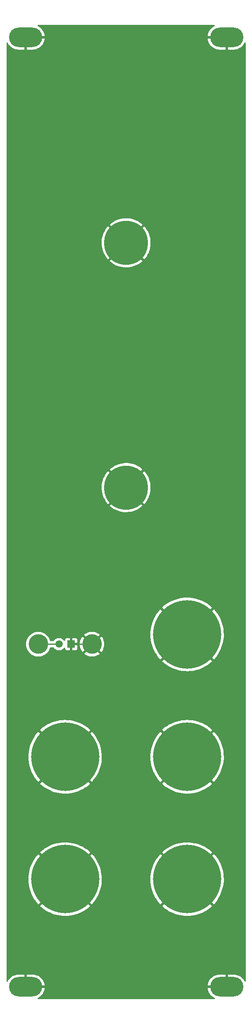
<source format=gbl>
G04 #@! TF.GenerationSoftware,KiCad,Pcbnew,6.0.4-6f826c9f35~116~ubuntu20.04.1*
G04 #@! TF.CreationDate,2022-04-19T20:10:12-04:00*
G04 #@! TF.ProjectId,arpenvfol_panel,61727065-6e76-4666-9f6c-5f70616e656c,rev?*
G04 #@! TF.SameCoordinates,Original*
G04 #@! TF.FileFunction,Copper,L2,Bot*
G04 #@! TF.FilePolarity,Positive*
%FSLAX46Y46*%
G04 Gerber Fmt 4.6, Leading zero omitted, Abs format (unit mm)*
G04 Created by KiCad (PCBNEW 6.0.4-6f826c9f35~116~ubuntu20.04.1) date 2022-04-19 20:10:12*
%MOMM*%
%LPD*%
G01*
G04 APERTURE LIST*
G04 #@! TA.AperFunction,ComponentPad*
%ADD10O,6.800000X4.000000*%
G04 #@! TD*
G04 #@! TA.AperFunction,ComponentPad*
%ADD11C,9.000000*%
G04 #@! TD*
G04 #@! TA.AperFunction,ComponentPad*
%ADD12C,14.000000*%
G04 #@! TD*
G04 #@! TA.AperFunction,ComponentPad*
%ADD13C,1.500000*%
G04 #@! TD*
G04 #@! TA.AperFunction,ComponentPad*
%ADD14R,1.500000X1.500000*%
G04 #@! TD*
G04 #@! TA.AperFunction,SMDPad,CuDef*
%ADD15C,4.000000*%
G04 #@! TD*
G04 #@! TA.AperFunction,Conductor*
%ADD16C,0.250000*%
G04 #@! TD*
G04 APERTURE END LIST*
D10*
G04 #@! TO.P,H10,1*
G04 #@! TO.N,GND*
X61700000Y-10600000D03*
X61700000Y-204600000D03*
G04 #@! TD*
D11*
G04 #@! TO.P,H6,1*
G04 #@! TO.N,GND*
X41100000Y-102600000D03*
G04 #@! TD*
D12*
G04 #@! TO.P,H1,1*
G04 #@! TO.N,GND*
X28600000Y-157600000D03*
G04 #@! TD*
D10*
G04 #@! TO.P,H7,1*
G04 #@! TO.N,GND*
X20500000Y-10600000D03*
X20500000Y-204600000D03*
G04 #@! TD*
D12*
G04 #@! TO.P,H2,1*
G04 #@! TO.N,GND*
X28600000Y-182600000D03*
G04 #@! TD*
G04 #@! TO.P,H3,1*
G04 #@! TO.N,GND*
X53600000Y-157600000D03*
G04 #@! TD*
G04 #@! TO.P,H4,1*
G04 #@! TO.N,GND*
X53600000Y-182600000D03*
G04 #@! TD*
D13*
G04 #@! TO.P,J2,1,Pin_1*
G04 #@! TO.N,Net-(J2-Pad1)*
X27350000Y-134600000D03*
G04 #@! TD*
D11*
G04 #@! TO.P,H9,1*
G04 #@! TO.N,GND*
X41100000Y-52600000D03*
G04 #@! TD*
D12*
G04 #@! TO.P,H5,1*
G04 #@! TO.N,GND*
X53600000Y-132600000D03*
G04 #@! TD*
D14*
G04 #@! TO.P,J1,1,Pin_1*
G04 #@! TO.N,GND*
X29850000Y-134600000D03*
G04 #@! TD*
D15*
G04 #@! TO.P,J4,1,Pin_1*
G04 #@! TO.N,Net-(J2-Pad1)*
X23100000Y-134600000D03*
G04 #@! TD*
G04 #@! TO.P,J3,1,Pin_1*
G04 #@! TO.N,GND*
X34100000Y-134600000D03*
G04 #@! TD*
D16*
G04 #@! TO.N,GND*
X29850000Y-134600000D02*
X34100000Y-134600000D01*
G04 #@! TO.N,Net-(J2-Pad1)*
X23100000Y-134600000D02*
X27350000Y-134600000D01*
G04 #@! TD*
G04 #@! TA.AperFunction,Conductor*
G04 #@! TO.N,GND*
G36*
X59208761Y-8128502D02*
G01*
X59255254Y-8182158D01*
X59265358Y-8252432D01*
X59235864Y-8317012D01*
X59194288Y-8348508D01*
X59092959Y-8396190D01*
X59086026Y-8400001D01*
X58826271Y-8564847D01*
X58819868Y-8569498D01*
X58582813Y-8765607D01*
X58577046Y-8771023D01*
X58366443Y-8995293D01*
X58361404Y-9001384D01*
X58180570Y-9250281D01*
X58176330Y-9256961D01*
X58028110Y-9526572D01*
X58024753Y-9533707D01*
X57911492Y-9819770D01*
X57909047Y-9827296D01*
X57832538Y-10125279D01*
X57831055Y-10133050D01*
X57806425Y-10328026D01*
X57808728Y-10342306D01*
X57821720Y-10346000D01*
X61828000Y-10346000D01*
X61896121Y-10366002D01*
X61942614Y-10419658D01*
X61954000Y-10472000D01*
X61954000Y-13089885D01*
X61958475Y-13105124D01*
X61959865Y-13106329D01*
X61967548Y-13108000D01*
X63176829Y-13108000D01*
X63180820Y-13107874D01*
X63410994Y-13093393D01*
X63418855Y-13092400D01*
X63721046Y-13034754D01*
X63728723Y-13032783D01*
X64021309Y-12937716D01*
X64028672Y-12934801D01*
X64307041Y-12803811D01*
X64313974Y-12799999D01*
X64573729Y-12635153D01*
X64580132Y-12630502D01*
X64817187Y-12434393D01*
X64822954Y-12428977D01*
X65033557Y-12204707D01*
X65038596Y-12198616D01*
X65219430Y-11949719D01*
X65223670Y-11943039D01*
X65355085Y-11703996D01*
X65405431Y-11653937D01*
X65474848Y-11639044D01*
X65541297Y-11664045D01*
X65583681Y-11721002D01*
X65591500Y-11764697D01*
X65591500Y-203435303D01*
X65571498Y-203503424D01*
X65517842Y-203549917D01*
X65447568Y-203560021D01*
X65382988Y-203530527D01*
X65355085Y-203496004D01*
X65223670Y-203256961D01*
X65219430Y-203250281D01*
X65038596Y-203001384D01*
X65033557Y-202995293D01*
X64822954Y-202771023D01*
X64817187Y-202765607D01*
X64580132Y-202569498D01*
X64573729Y-202564847D01*
X64313974Y-202400001D01*
X64307041Y-202396189D01*
X64028672Y-202265199D01*
X64021309Y-202262284D01*
X63728723Y-202167217D01*
X63721046Y-202165246D01*
X63418855Y-202107600D01*
X63410994Y-202106607D01*
X63180820Y-202092126D01*
X63176829Y-202092000D01*
X61972115Y-202092000D01*
X61956876Y-202096475D01*
X61955671Y-202097865D01*
X61954000Y-202105548D01*
X61954000Y-204728000D01*
X61933998Y-204796121D01*
X61880342Y-204842614D01*
X61828000Y-204854000D01*
X57822269Y-204854000D01*
X57808392Y-204858075D01*
X57806355Y-204871426D01*
X57831055Y-205066950D01*
X57832538Y-205074721D01*
X57909047Y-205372704D01*
X57911492Y-205380230D01*
X58024753Y-205666293D01*
X58028110Y-205673428D01*
X58176330Y-205943039D01*
X58180570Y-205949719D01*
X58361404Y-206198616D01*
X58366443Y-206204707D01*
X58577046Y-206428977D01*
X58582813Y-206434393D01*
X58819868Y-206630502D01*
X58826271Y-206635153D01*
X59086026Y-206799999D01*
X59092959Y-206803810D01*
X59194288Y-206851492D01*
X59247409Y-206898594D01*
X59266632Y-206966939D01*
X59245853Y-207034827D01*
X59191670Y-207080704D01*
X59140640Y-207091500D01*
X23059360Y-207091500D01*
X22991239Y-207071498D01*
X22944746Y-207017842D01*
X22934642Y-206947568D01*
X22964136Y-206882988D01*
X23005712Y-206851492D01*
X23107041Y-206803810D01*
X23113974Y-206799999D01*
X23373729Y-206635153D01*
X23380132Y-206630502D01*
X23617187Y-206434393D01*
X23622954Y-206428977D01*
X23833557Y-206204707D01*
X23838596Y-206198616D01*
X24019430Y-205949719D01*
X24023670Y-205943039D01*
X24171890Y-205673428D01*
X24175247Y-205666293D01*
X24288508Y-205380230D01*
X24290953Y-205372704D01*
X24367462Y-205074721D01*
X24368945Y-205066950D01*
X24393575Y-204871974D01*
X24391272Y-204857694D01*
X24378280Y-204854000D01*
X20372000Y-204854000D01*
X20303879Y-204833998D01*
X20257386Y-204780342D01*
X20246000Y-204728000D01*
X20246000Y-204327885D01*
X20754000Y-204327885D01*
X20758475Y-204343124D01*
X20759865Y-204344329D01*
X20767548Y-204346000D01*
X24377731Y-204346000D01*
X24391608Y-204341925D01*
X24393645Y-204328574D01*
X24393576Y-204328026D01*
X57806425Y-204328026D01*
X57808728Y-204342306D01*
X57821720Y-204346000D01*
X61427885Y-204346000D01*
X61443124Y-204341525D01*
X61444329Y-204340135D01*
X61446000Y-204332452D01*
X61446000Y-202110115D01*
X61441525Y-202094876D01*
X61440135Y-202093671D01*
X61432452Y-202092000D01*
X60223171Y-202092000D01*
X60219180Y-202092126D01*
X59989006Y-202106607D01*
X59981145Y-202107600D01*
X59678954Y-202165246D01*
X59671277Y-202167217D01*
X59378691Y-202262284D01*
X59371328Y-202265199D01*
X59092959Y-202396189D01*
X59086026Y-202400001D01*
X58826271Y-202564847D01*
X58819868Y-202569498D01*
X58582813Y-202765607D01*
X58577046Y-202771023D01*
X58366443Y-202995293D01*
X58361404Y-203001384D01*
X58180570Y-203250281D01*
X58176330Y-203256961D01*
X58028110Y-203526572D01*
X58024753Y-203533707D01*
X57911492Y-203819770D01*
X57909047Y-203827296D01*
X57832538Y-204125279D01*
X57831055Y-204133050D01*
X57806425Y-204328026D01*
X24393576Y-204328026D01*
X24368945Y-204133050D01*
X24367462Y-204125279D01*
X24290953Y-203827296D01*
X24288508Y-203819770D01*
X24175247Y-203533707D01*
X24171890Y-203526572D01*
X24023670Y-203256961D01*
X24019430Y-203250281D01*
X23838596Y-203001384D01*
X23833557Y-202995293D01*
X23622954Y-202771023D01*
X23617187Y-202765607D01*
X23380132Y-202569498D01*
X23373729Y-202564847D01*
X23113974Y-202400001D01*
X23107041Y-202396189D01*
X22828672Y-202265199D01*
X22821309Y-202262284D01*
X22528723Y-202167217D01*
X22521046Y-202165246D01*
X22218855Y-202107600D01*
X22210994Y-202106607D01*
X21980820Y-202092126D01*
X21976829Y-202092000D01*
X20772115Y-202092000D01*
X20756876Y-202096475D01*
X20755671Y-202097865D01*
X20754000Y-202105548D01*
X20754000Y-204327885D01*
X20246000Y-204327885D01*
X20246000Y-202110115D01*
X20241525Y-202094876D01*
X20240135Y-202093671D01*
X20232452Y-202092000D01*
X19023171Y-202092000D01*
X19019180Y-202092126D01*
X18789006Y-202106607D01*
X18781145Y-202107600D01*
X18478954Y-202165246D01*
X18471277Y-202167217D01*
X18178691Y-202262284D01*
X18171328Y-202265199D01*
X17892959Y-202396189D01*
X17886026Y-202400001D01*
X17626271Y-202564847D01*
X17619868Y-202569498D01*
X17382813Y-202765607D01*
X17377046Y-202771023D01*
X17166443Y-202995293D01*
X17161404Y-203001384D01*
X16980570Y-203250281D01*
X16976330Y-203256961D01*
X16844915Y-203496004D01*
X16794569Y-203546063D01*
X16725152Y-203560956D01*
X16658703Y-203535955D01*
X16616319Y-203478998D01*
X16608500Y-203435303D01*
X16608500Y-188087102D01*
X23478438Y-188087102D01*
X23478462Y-188087441D01*
X23484285Y-188096073D01*
X23728991Y-188319913D01*
X23732445Y-188322852D01*
X24150430Y-188653550D01*
X24154067Y-188656222D01*
X24594618Y-188956182D01*
X24598446Y-188958593D01*
X25059337Y-189226300D01*
X25063309Y-189228421D01*
X25542148Y-189462483D01*
X25546284Y-189464325D01*
X26040627Y-189663551D01*
X26044871Y-189665087D01*
X26552218Y-189828467D01*
X26556539Y-189829689D01*
X27074254Y-189956374D01*
X27078695Y-189957294D01*
X27604141Y-190046637D01*
X27608595Y-190047232D01*
X28139106Y-190098782D01*
X28143579Y-190099056D01*
X28676427Y-190112543D01*
X28680930Y-190112496D01*
X29213352Y-190087853D01*
X29217836Y-190087485D01*
X29747152Y-190024836D01*
X29751591Y-190024149D01*
X30275087Y-189923814D01*
X30279446Y-189922815D01*
X30794414Y-189785311D01*
X30798727Y-189783992D01*
X31302525Y-189610028D01*
X31306740Y-189608402D01*
X31796805Y-189398866D01*
X31800892Y-189396943D01*
X32274731Y-189152900D01*
X32278658Y-189150696D01*
X32733828Y-188873404D01*
X32737624Y-188870901D01*
X33171786Y-188561788D01*
X33175372Y-188559036D01*
X33586362Y-188219640D01*
X33589705Y-188216672D01*
X33713630Y-188098453D01*
X33720179Y-188087102D01*
X48478438Y-188087102D01*
X48478462Y-188087441D01*
X48484285Y-188096073D01*
X48728991Y-188319913D01*
X48732445Y-188322852D01*
X49150430Y-188653550D01*
X49154067Y-188656222D01*
X49594618Y-188956182D01*
X49598446Y-188958593D01*
X50059337Y-189226300D01*
X50063309Y-189228421D01*
X50542148Y-189462483D01*
X50546284Y-189464325D01*
X51040627Y-189663551D01*
X51044871Y-189665087D01*
X51552218Y-189828467D01*
X51556539Y-189829689D01*
X52074254Y-189956374D01*
X52078695Y-189957294D01*
X52604141Y-190046637D01*
X52608595Y-190047232D01*
X53139106Y-190098782D01*
X53143579Y-190099056D01*
X53676427Y-190112543D01*
X53680930Y-190112496D01*
X54213352Y-190087853D01*
X54217836Y-190087485D01*
X54747152Y-190024836D01*
X54751591Y-190024149D01*
X55275087Y-189923814D01*
X55279446Y-189922815D01*
X55794414Y-189785311D01*
X55798727Y-189783992D01*
X56302525Y-189610028D01*
X56306740Y-189608402D01*
X56796805Y-189398866D01*
X56800892Y-189396943D01*
X57274731Y-189152900D01*
X57278658Y-189150696D01*
X57733828Y-188873404D01*
X57737624Y-188870901D01*
X58171786Y-188561788D01*
X58175372Y-188559036D01*
X58586362Y-188219640D01*
X58589705Y-188216672D01*
X58713630Y-188098453D01*
X58721568Y-188084695D01*
X58721518Y-188083649D01*
X58716625Y-188075835D01*
X53612812Y-182972022D01*
X53598868Y-182964408D01*
X53597035Y-182964539D01*
X53590420Y-182968790D01*
X48486052Y-188073158D01*
X48478438Y-188087102D01*
X33720179Y-188087102D01*
X33721568Y-188084695D01*
X33721518Y-188083649D01*
X33716625Y-188075835D01*
X28612812Y-182972022D01*
X28598868Y-182964408D01*
X28597035Y-182964539D01*
X28590420Y-182968790D01*
X23486052Y-188073158D01*
X23478438Y-188087102D01*
X16608500Y-188087102D01*
X16608500Y-182650201D01*
X21087236Y-182650201D01*
X21087267Y-182654699D01*
X21110052Y-183187215D01*
X21110404Y-183191696D01*
X21171206Y-183721240D01*
X21171874Y-183725659D01*
X21270381Y-184249497D01*
X21271370Y-184253884D01*
X21407070Y-184769308D01*
X21408381Y-184773648D01*
X21580581Y-185278039D01*
X21582188Y-185282249D01*
X21790028Y-185773079D01*
X21791917Y-185777129D01*
X22034314Y-186251836D01*
X22036507Y-186255776D01*
X22312217Y-186711925D01*
X22314678Y-186715685D01*
X22622290Y-187150947D01*
X22625036Y-187154552D01*
X22962987Y-187566712D01*
X22965944Y-187570066D01*
X23101751Y-187713428D01*
X23115482Y-187721415D01*
X23116410Y-187721374D01*
X23124399Y-187716391D01*
X28227978Y-182612812D01*
X28234356Y-182601132D01*
X28964408Y-182601132D01*
X28964539Y-182602965D01*
X28968790Y-182609580D01*
X34073389Y-187714179D01*
X34087333Y-187721793D01*
X34087556Y-187721778D01*
X34096338Y-187715831D01*
X34336905Y-187450987D01*
X34339793Y-187447570D01*
X34669044Y-187028414D01*
X34671701Y-187024771D01*
X34970130Y-186583164D01*
X34972526Y-186579329D01*
X35238617Y-186117514D01*
X35240726Y-186113531D01*
X35473116Y-185633878D01*
X35474941Y-185629741D01*
X35672446Y-185134690D01*
X35673961Y-185130460D01*
X35835567Y-184622549D01*
X35836781Y-184618202D01*
X35961661Y-184100034D01*
X35962555Y-184095638D01*
X36050064Y-183569885D01*
X36050649Y-183565380D01*
X36100363Y-183034517D01*
X36100613Y-183030439D01*
X36111566Y-182650201D01*
X46087236Y-182650201D01*
X46087267Y-182654699D01*
X46110052Y-183187215D01*
X46110404Y-183191696D01*
X46171206Y-183721240D01*
X46171874Y-183725659D01*
X46270381Y-184249497D01*
X46271370Y-184253884D01*
X46407070Y-184769308D01*
X46408381Y-184773648D01*
X46580581Y-185278039D01*
X46582188Y-185282249D01*
X46790028Y-185773079D01*
X46791917Y-185777129D01*
X47034314Y-186251836D01*
X47036507Y-186255776D01*
X47312217Y-186711925D01*
X47314678Y-186715685D01*
X47622290Y-187150947D01*
X47625036Y-187154552D01*
X47962987Y-187566712D01*
X47965944Y-187570066D01*
X48101751Y-187713428D01*
X48115482Y-187721415D01*
X48116410Y-187721374D01*
X48124399Y-187716391D01*
X53227978Y-182612812D01*
X53234356Y-182601132D01*
X53964408Y-182601132D01*
X53964539Y-182602965D01*
X53968790Y-182609580D01*
X59073389Y-187714179D01*
X59087333Y-187721793D01*
X59087556Y-187721778D01*
X59096338Y-187715831D01*
X59336905Y-187450987D01*
X59339793Y-187447570D01*
X59669044Y-187028414D01*
X59671701Y-187024771D01*
X59970130Y-186583164D01*
X59972526Y-186579329D01*
X60238617Y-186117514D01*
X60240726Y-186113531D01*
X60473116Y-185633878D01*
X60474941Y-185629741D01*
X60672446Y-185134690D01*
X60673961Y-185130460D01*
X60835567Y-184622549D01*
X60836781Y-184618202D01*
X60961661Y-184100034D01*
X60962555Y-184095638D01*
X61050064Y-183569885D01*
X61050649Y-183565380D01*
X61100363Y-183034517D01*
X61100613Y-183030439D01*
X61112954Y-182602024D01*
X61112939Y-182597967D01*
X61093866Y-182065096D01*
X61093544Y-182060601D01*
X61036442Y-181530662D01*
X61035800Y-181526211D01*
X60940955Y-181001710D01*
X60939999Y-180997327D01*
X60807892Y-180480933D01*
X60806630Y-180476645D01*
X60637938Y-179971015D01*
X60636370Y-179966818D01*
X60431966Y-179474558D01*
X60430088Y-179470456D01*
X60191023Y-178994094D01*
X60188855Y-178990133D01*
X59916347Y-178532090D01*
X59913891Y-178528279D01*
X59609331Y-178090890D01*
X59606624Y-178087284D01*
X59271552Y-177672765D01*
X59268609Y-177669380D01*
X59098034Y-177486780D01*
X59084361Y-177478698D01*
X59083667Y-177478724D01*
X59075320Y-177483890D01*
X53972022Y-182587188D01*
X53964408Y-182601132D01*
X53234356Y-182601132D01*
X53235592Y-182598868D01*
X53235461Y-182597035D01*
X53231210Y-182590420D01*
X48127007Y-177486217D01*
X48113063Y-177478603D01*
X48112606Y-177478635D01*
X48104130Y-177484332D01*
X47897104Y-177709077D01*
X47894190Y-177712477D01*
X47562015Y-178129331D01*
X47559344Y-178132941D01*
X47257831Y-178572465D01*
X47255409Y-178576283D01*
X46986107Y-179036216D01*
X46983964Y-179040196D01*
X46748233Y-179518211D01*
X46746376Y-179522343D01*
X46545427Y-180015984D01*
X46543874Y-180020230D01*
X46378729Y-180526984D01*
X46377484Y-180531326D01*
X46248991Y-181048608D01*
X46248067Y-181052991D01*
X46156885Y-181578152D01*
X46156274Y-181582609D01*
X46102873Y-182112930D01*
X46102583Y-182117413D01*
X46087236Y-182650201D01*
X36111566Y-182650201D01*
X36112954Y-182602024D01*
X36112939Y-182597967D01*
X36093866Y-182065096D01*
X36093544Y-182060601D01*
X36036442Y-181530662D01*
X36035800Y-181526211D01*
X35940955Y-181001710D01*
X35939999Y-180997327D01*
X35807892Y-180480933D01*
X35806630Y-180476645D01*
X35637938Y-179971015D01*
X35636370Y-179966818D01*
X35431966Y-179474558D01*
X35430088Y-179470456D01*
X35191023Y-178994094D01*
X35188855Y-178990133D01*
X34916347Y-178532090D01*
X34913891Y-178528279D01*
X34609331Y-178090890D01*
X34606624Y-178087284D01*
X34271552Y-177672765D01*
X34268609Y-177669380D01*
X34098034Y-177486780D01*
X34084361Y-177478698D01*
X34083667Y-177478724D01*
X34075320Y-177483890D01*
X28972022Y-182587188D01*
X28964408Y-182601132D01*
X28234356Y-182601132D01*
X28235592Y-182598868D01*
X28235461Y-182597035D01*
X28231210Y-182590420D01*
X23127007Y-177486217D01*
X23113063Y-177478603D01*
X23112606Y-177478635D01*
X23104130Y-177484332D01*
X22897104Y-177709077D01*
X22894190Y-177712477D01*
X22562015Y-178129331D01*
X22559344Y-178132941D01*
X22257831Y-178572465D01*
X22255409Y-178576283D01*
X21986107Y-179036216D01*
X21983964Y-179040196D01*
X21748233Y-179518211D01*
X21746376Y-179522343D01*
X21545427Y-180015984D01*
X21543874Y-180020230D01*
X21378729Y-180526984D01*
X21377484Y-180531326D01*
X21248991Y-181048608D01*
X21248067Y-181052991D01*
X21156885Y-181578152D01*
X21156274Y-181582609D01*
X21102873Y-182112930D01*
X21102583Y-182117413D01*
X21087236Y-182650201D01*
X16608500Y-182650201D01*
X16608500Y-177115591D01*
X23478674Y-177115591D01*
X23478707Y-177116404D01*
X23483783Y-177124573D01*
X28587188Y-182227978D01*
X28601132Y-182235592D01*
X28602965Y-182235461D01*
X28609580Y-182231210D01*
X33713682Y-177127108D01*
X33719971Y-177115591D01*
X48478674Y-177115591D01*
X48478707Y-177116404D01*
X48483783Y-177124573D01*
X53587188Y-182227978D01*
X53601132Y-182235592D01*
X53602965Y-182235461D01*
X53609580Y-182231210D01*
X58713682Y-177127108D01*
X58721296Y-177113164D01*
X58721255Y-177112590D01*
X58715684Y-177104268D01*
X58510818Y-176914228D01*
X58507387Y-176911267D01*
X58091729Y-176577666D01*
X58088115Y-176574972D01*
X57649654Y-176271933D01*
X57645835Y-176269490D01*
X57186846Y-175998585D01*
X57182877Y-175996430D01*
X56705679Y-175759028D01*
X56701575Y-175757166D01*
X56208610Y-175554483D01*
X56204395Y-175552924D01*
X55698199Y-175386006D01*
X55693883Y-175384752D01*
X55177042Y-175254451D01*
X55172665Y-175253513D01*
X54647822Y-175160496D01*
X54643365Y-175159870D01*
X54113241Y-175104620D01*
X54108747Y-175104313D01*
X53576027Y-175087107D01*
X53571530Y-175087122D01*
X53038927Y-175108048D01*
X53034451Y-175108384D01*
X52504713Y-175167336D01*
X52500261Y-175167994D01*
X51976106Y-175264667D01*
X51971701Y-175265643D01*
X51455801Y-175399545D01*
X51451490Y-175400830D01*
X50946471Y-175571278D01*
X50942259Y-175572870D01*
X50450723Y-175778988D01*
X50446647Y-175780871D01*
X49971109Y-176021605D01*
X49967158Y-176023786D01*
X49510063Y-176297893D01*
X49506267Y-176300358D01*
X49069930Y-176606452D01*
X49066347Y-176609162D01*
X48653007Y-176945674D01*
X48649617Y-176948642D01*
X48486708Y-177101891D01*
X48478674Y-177115591D01*
X33719971Y-177115591D01*
X33721296Y-177113164D01*
X33721255Y-177112590D01*
X33715684Y-177104268D01*
X33510818Y-176914228D01*
X33507387Y-176911267D01*
X33091729Y-176577666D01*
X33088115Y-176574972D01*
X32649654Y-176271933D01*
X32645835Y-176269490D01*
X32186846Y-175998585D01*
X32182877Y-175996430D01*
X31705679Y-175759028D01*
X31701575Y-175757166D01*
X31208610Y-175554483D01*
X31204395Y-175552924D01*
X30698199Y-175386006D01*
X30693883Y-175384752D01*
X30177042Y-175254451D01*
X30172665Y-175253513D01*
X29647822Y-175160496D01*
X29643365Y-175159870D01*
X29113241Y-175104620D01*
X29108747Y-175104313D01*
X28576027Y-175087107D01*
X28571530Y-175087122D01*
X28038927Y-175108048D01*
X28034451Y-175108384D01*
X27504713Y-175167336D01*
X27500261Y-175167994D01*
X26976106Y-175264667D01*
X26971701Y-175265643D01*
X26455801Y-175399545D01*
X26451490Y-175400830D01*
X25946471Y-175571278D01*
X25942259Y-175572870D01*
X25450723Y-175778988D01*
X25446647Y-175780871D01*
X24971109Y-176021605D01*
X24967158Y-176023786D01*
X24510063Y-176297893D01*
X24506267Y-176300358D01*
X24069930Y-176606452D01*
X24066347Y-176609162D01*
X23653007Y-176945674D01*
X23649617Y-176948642D01*
X23486708Y-177101891D01*
X23478674Y-177115591D01*
X16608500Y-177115591D01*
X16608500Y-163087102D01*
X23478438Y-163087102D01*
X23478462Y-163087441D01*
X23484285Y-163096073D01*
X23728991Y-163319913D01*
X23732445Y-163322852D01*
X24150430Y-163653550D01*
X24154067Y-163656222D01*
X24594618Y-163956182D01*
X24598446Y-163958593D01*
X25059337Y-164226300D01*
X25063309Y-164228421D01*
X25542148Y-164462483D01*
X25546284Y-164464325D01*
X26040627Y-164663551D01*
X26044871Y-164665087D01*
X26552218Y-164828467D01*
X26556539Y-164829689D01*
X27074254Y-164956374D01*
X27078695Y-164957294D01*
X27604141Y-165046637D01*
X27608595Y-165047232D01*
X28139106Y-165098782D01*
X28143579Y-165099056D01*
X28676427Y-165112543D01*
X28680930Y-165112496D01*
X29213352Y-165087853D01*
X29217836Y-165087485D01*
X29747152Y-165024836D01*
X29751591Y-165024149D01*
X30275087Y-164923814D01*
X30279446Y-164922815D01*
X30794414Y-164785311D01*
X30798727Y-164783992D01*
X31302525Y-164610028D01*
X31306740Y-164608402D01*
X31796805Y-164398866D01*
X31800892Y-164396943D01*
X32274731Y-164152900D01*
X32278658Y-164150696D01*
X32733828Y-163873404D01*
X32737624Y-163870901D01*
X33171786Y-163561788D01*
X33175372Y-163559036D01*
X33586362Y-163219640D01*
X33589705Y-163216672D01*
X33713630Y-163098453D01*
X33720179Y-163087102D01*
X48478438Y-163087102D01*
X48478462Y-163087441D01*
X48484285Y-163096073D01*
X48728991Y-163319913D01*
X48732445Y-163322852D01*
X49150430Y-163653550D01*
X49154067Y-163656222D01*
X49594618Y-163956182D01*
X49598446Y-163958593D01*
X50059337Y-164226300D01*
X50063309Y-164228421D01*
X50542148Y-164462483D01*
X50546284Y-164464325D01*
X51040627Y-164663551D01*
X51044871Y-164665087D01*
X51552218Y-164828467D01*
X51556539Y-164829689D01*
X52074254Y-164956374D01*
X52078695Y-164957294D01*
X52604141Y-165046637D01*
X52608595Y-165047232D01*
X53139106Y-165098782D01*
X53143579Y-165099056D01*
X53676427Y-165112543D01*
X53680930Y-165112496D01*
X54213352Y-165087853D01*
X54217836Y-165087485D01*
X54747152Y-165024836D01*
X54751591Y-165024149D01*
X55275087Y-164923814D01*
X55279446Y-164922815D01*
X55794414Y-164785311D01*
X55798727Y-164783992D01*
X56302525Y-164610028D01*
X56306740Y-164608402D01*
X56796805Y-164398866D01*
X56800892Y-164396943D01*
X57274731Y-164152900D01*
X57278658Y-164150696D01*
X57733828Y-163873404D01*
X57737624Y-163870901D01*
X58171786Y-163561788D01*
X58175372Y-163559036D01*
X58586362Y-163219640D01*
X58589705Y-163216672D01*
X58713630Y-163098453D01*
X58721568Y-163084695D01*
X58721518Y-163083649D01*
X58716625Y-163075835D01*
X53612812Y-157972022D01*
X53598868Y-157964408D01*
X53597035Y-157964539D01*
X53590420Y-157968790D01*
X48486052Y-163073158D01*
X48478438Y-163087102D01*
X33720179Y-163087102D01*
X33721568Y-163084695D01*
X33721518Y-163083649D01*
X33716625Y-163075835D01*
X28612812Y-157972022D01*
X28598868Y-157964408D01*
X28597035Y-157964539D01*
X28590420Y-157968790D01*
X23486052Y-163073158D01*
X23478438Y-163087102D01*
X16608500Y-163087102D01*
X16608500Y-157650201D01*
X21087236Y-157650201D01*
X21087267Y-157654699D01*
X21110052Y-158187215D01*
X21110404Y-158191696D01*
X21171206Y-158721240D01*
X21171874Y-158725659D01*
X21270381Y-159249497D01*
X21271370Y-159253884D01*
X21407070Y-159769308D01*
X21408381Y-159773648D01*
X21580581Y-160278039D01*
X21582188Y-160282249D01*
X21790028Y-160773079D01*
X21791917Y-160777129D01*
X22034314Y-161251836D01*
X22036507Y-161255776D01*
X22312217Y-161711925D01*
X22314678Y-161715685D01*
X22622290Y-162150947D01*
X22625036Y-162154552D01*
X22962987Y-162566712D01*
X22965944Y-162570066D01*
X23101751Y-162713428D01*
X23115482Y-162721415D01*
X23116410Y-162721374D01*
X23124399Y-162716391D01*
X28227978Y-157612812D01*
X28234356Y-157601132D01*
X28964408Y-157601132D01*
X28964539Y-157602965D01*
X28968790Y-157609580D01*
X34073389Y-162714179D01*
X34087333Y-162721793D01*
X34087556Y-162721778D01*
X34096338Y-162715831D01*
X34336905Y-162450987D01*
X34339793Y-162447570D01*
X34669044Y-162028414D01*
X34671701Y-162024771D01*
X34970130Y-161583164D01*
X34972526Y-161579329D01*
X35238617Y-161117514D01*
X35240726Y-161113531D01*
X35473116Y-160633878D01*
X35474941Y-160629741D01*
X35672446Y-160134690D01*
X35673961Y-160130460D01*
X35835567Y-159622549D01*
X35836781Y-159618202D01*
X35961661Y-159100034D01*
X35962555Y-159095638D01*
X36050064Y-158569885D01*
X36050649Y-158565380D01*
X36100363Y-158034517D01*
X36100613Y-158030439D01*
X36111566Y-157650201D01*
X46087236Y-157650201D01*
X46087267Y-157654699D01*
X46110052Y-158187215D01*
X46110404Y-158191696D01*
X46171206Y-158721240D01*
X46171874Y-158725659D01*
X46270381Y-159249497D01*
X46271370Y-159253884D01*
X46407070Y-159769308D01*
X46408381Y-159773648D01*
X46580581Y-160278039D01*
X46582188Y-160282249D01*
X46790028Y-160773079D01*
X46791917Y-160777129D01*
X47034314Y-161251836D01*
X47036507Y-161255776D01*
X47312217Y-161711925D01*
X47314678Y-161715685D01*
X47622290Y-162150947D01*
X47625036Y-162154552D01*
X47962987Y-162566712D01*
X47965944Y-162570066D01*
X48101751Y-162713428D01*
X48115482Y-162721415D01*
X48116410Y-162721374D01*
X48124399Y-162716391D01*
X53227978Y-157612812D01*
X53234356Y-157601132D01*
X53964408Y-157601132D01*
X53964539Y-157602965D01*
X53968790Y-157609580D01*
X59073389Y-162714179D01*
X59087333Y-162721793D01*
X59087556Y-162721778D01*
X59096338Y-162715831D01*
X59336905Y-162450987D01*
X59339793Y-162447570D01*
X59669044Y-162028414D01*
X59671701Y-162024771D01*
X59970130Y-161583164D01*
X59972526Y-161579329D01*
X60238617Y-161117514D01*
X60240726Y-161113531D01*
X60473116Y-160633878D01*
X60474941Y-160629741D01*
X60672446Y-160134690D01*
X60673961Y-160130460D01*
X60835567Y-159622549D01*
X60836781Y-159618202D01*
X60961661Y-159100034D01*
X60962555Y-159095638D01*
X61050064Y-158569885D01*
X61050649Y-158565380D01*
X61100363Y-158034517D01*
X61100613Y-158030439D01*
X61112954Y-157602024D01*
X61112939Y-157597967D01*
X61093866Y-157065096D01*
X61093544Y-157060601D01*
X61036442Y-156530662D01*
X61035800Y-156526211D01*
X60940955Y-156001710D01*
X60939999Y-155997327D01*
X60807892Y-155480933D01*
X60806630Y-155476645D01*
X60637938Y-154971015D01*
X60636370Y-154966818D01*
X60431966Y-154474558D01*
X60430088Y-154470456D01*
X60191023Y-153994094D01*
X60188855Y-153990133D01*
X59916347Y-153532090D01*
X59913891Y-153528279D01*
X59609331Y-153090890D01*
X59606624Y-153087284D01*
X59271552Y-152672765D01*
X59268609Y-152669380D01*
X59098034Y-152486780D01*
X59084361Y-152478698D01*
X59083667Y-152478724D01*
X59075320Y-152483890D01*
X53972022Y-157587188D01*
X53964408Y-157601132D01*
X53234356Y-157601132D01*
X53235592Y-157598868D01*
X53235461Y-157597035D01*
X53231210Y-157590420D01*
X48127007Y-152486217D01*
X48113063Y-152478603D01*
X48112606Y-152478635D01*
X48104130Y-152484332D01*
X47897104Y-152709077D01*
X47894190Y-152712477D01*
X47562015Y-153129331D01*
X47559344Y-153132941D01*
X47257831Y-153572465D01*
X47255409Y-153576283D01*
X46986107Y-154036216D01*
X46983964Y-154040196D01*
X46748233Y-154518211D01*
X46746376Y-154522343D01*
X46545427Y-155015984D01*
X46543874Y-155020230D01*
X46378729Y-155526984D01*
X46377484Y-155531326D01*
X46248991Y-156048608D01*
X46248067Y-156052991D01*
X46156885Y-156578152D01*
X46156274Y-156582609D01*
X46102873Y-157112930D01*
X46102583Y-157117413D01*
X46087236Y-157650201D01*
X36111566Y-157650201D01*
X36112954Y-157602024D01*
X36112939Y-157597967D01*
X36093866Y-157065096D01*
X36093544Y-157060601D01*
X36036442Y-156530662D01*
X36035800Y-156526211D01*
X35940955Y-156001710D01*
X35939999Y-155997327D01*
X35807892Y-155480933D01*
X35806630Y-155476645D01*
X35637938Y-154971015D01*
X35636370Y-154966818D01*
X35431966Y-154474558D01*
X35430088Y-154470456D01*
X35191023Y-153994094D01*
X35188855Y-153990133D01*
X34916347Y-153532090D01*
X34913891Y-153528279D01*
X34609331Y-153090890D01*
X34606624Y-153087284D01*
X34271552Y-152672765D01*
X34268609Y-152669380D01*
X34098034Y-152486780D01*
X34084361Y-152478698D01*
X34083667Y-152478724D01*
X34075320Y-152483890D01*
X28972022Y-157587188D01*
X28964408Y-157601132D01*
X28234356Y-157601132D01*
X28235592Y-157598868D01*
X28235461Y-157597035D01*
X28231210Y-157590420D01*
X23127007Y-152486217D01*
X23113063Y-152478603D01*
X23112606Y-152478635D01*
X23104130Y-152484332D01*
X22897104Y-152709077D01*
X22894190Y-152712477D01*
X22562015Y-153129331D01*
X22559344Y-153132941D01*
X22257831Y-153572465D01*
X22255409Y-153576283D01*
X21986107Y-154036216D01*
X21983964Y-154040196D01*
X21748233Y-154518211D01*
X21746376Y-154522343D01*
X21545427Y-155015984D01*
X21543874Y-155020230D01*
X21378729Y-155526984D01*
X21377484Y-155531326D01*
X21248991Y-156048608D01*
X21248067Y-156052991D01*
X21156885Y-156578152D01*
X21156274Y-156582609D01*
X21102873Y-157112930D01*
X21102583Y-157117413D01*
X21087236Y-157650201D01*
X16608500Y-157650201D01*
X16608500Y-152115591D01*
X23478674Y-152115591D01*
X23478707Y-152116404D01*
X23483783Y-152124573D01*
X28587188Y-157227978D01*
X28601132Y-157235592D01*
X28602965Y-157235461D01*
X28609580Y-157231210D01*
X33713682Y-152127108D01*
X33719971Y-152115591D01*
X48478674Y-152115591D01*
X48478707Y-152116404D01*
X48483783Y-152124573D01*
X53587188Y-157227978D01*
X53601132Y-157235592D01*
X53602965Y-157235461D01*
X53609580Y-157231210D01*
X58713682Y-152127108D01*
X58721296Y-152113164D01*
X58721255Y-152112590D01*
X58715684Y-152104268D01*
X58510818Y-151914228D01*
X58507387Y-151911267D01*
X58091729Y-151577666D01*
X58088115Y-151574972D01*
X57649654Y-151271933D01*
X57645835Y-151269490D01*
X57186846Y-150998585D01*
X57182877Y-150996430D01*
X56705679Y-150759028D01*
X56701575Y-150757166D01*
X56208610Y-150554483D01*
X56204395Y-150552924D01*
X55698199Y-150386006D01*
X55693883Y-150384752D01*
X55177042Y-150254451D01*
X55172665Y-150253513D01*
X54647822Y-150160496D01*
X54643365Y-150159870D01*
X54113241Y-150104620D01*
X54108747Y-150104313D01*
X53576027Y-150087107D01*
X53571530Y-150087122D01*
X53038927Y-150108048D01*
X53034451Y-150108384D01*
X52504713Y-150167336D01*
X52500261Y-150167994D01*
X51976106Y-150264667D01*
X51971701Y-150265643D01*
X51455801Y-150399545D01*
X51451490Y-150400830D01*
X50946471Y-150571278D01*
X50942259Y-150572870D01*
X50450723Y-150778988D01*
X50446647Y-150780871D01*
X49971109Y-151021605D01*
X49967158Y-151023786D01*
X49510063Y-151297893D01*
X49506267Y-151300358D01*
X49069930Y-151606452D01*
X49066347Y-151609162D01*
X48653007Y-151945674D01*
X48649617Y-151948642D01*
X48486708Y-152101891D01*
X48478674Y-152115591D01*
X33719971Y-152115591D01*
X33721296Y-152113164D01*
X33721255Y-152112590D01*
X33715684Y-152104268D01*
X33510818Y-151914228D01*
X33507387Y-151911267D01*
X33091729Y-151577666D01*
X33088115Y-151574972D01*
X32649654Y-151271933D01*
X32645835Y-151269490D01*
X32186846Y-150998585D01*
X32182877Y-150996430D01*
X31705679Y-150759028D01*
X31701575Y-150757166D01*
X31208610Y-150554483D01*
X31204395Y-150552924D01*
X30698199Y-150386006D01*
X30693883Y-150384752D01*
X30177042Y-150254451D01*
X30172665Y-150253513D01*
X29647822Y-150160496D01*
X29643365Y-150159870D01*
X29113241Y-150104620D01*
X29108747Y-150104313D01*
X28576027Y-150087107D01*
X28571530Y-150087122D01*
X28038927Y-150108048D01*
X28034451Y-150108384D01*
X27504713Y-150167336D01*
X27500261Y-150167994D01*
X26976106Y-150264667D01*
X26971701Y-150265643D01*
X26455801Y-150399545D01*
X26451490Y-150400830D01*
X25946471Y-150571278D01*
X25942259Y-150572870D01*
X25450723Y-150778988D01*
X25446647Y-150780871D01*
X24971109Y-151021605D01*
X24967158Y-151023786D01*
X24510063Y-151297893D01*
X24506267Y-151300358D01*
X24069930Y-151606452D01*
X24066347Y-151609162D01*
X23653007Y-151945674D01*
X23649617Y-151948642D01*
X23486708Y-152101891D01*
X23478674Y-152115591D01*
X16608500Y-152115591D01*
X16608500Y-138087102D01*
X48478438Y-138087102D01*
X48478462Y-138087441D01*
X48484285Y-138096073D01*
X48728991Y-138319913D01*
X48732445Y-138322852D01*
X49150430Y-138653550D01*
X49154067Y-138656222D01*
X49594618Y-138956182D01*
X49598446Y-138958593D01*
X50059337Y-139226300D01*
X50063309Y-139228421D01*
X50542148Y-139462483D01*
X50546284Y-139464325D01*
X51040627Y-139663551D01*
X51044871Y-139665087D01*
X51552218Y-139828467D01*
X51556539Y-139829689D01*
X52074254Y-139956374D01*
X52078695Y-139957294D01*
X52604141Y-140046637D01*
X52608595Y-140047232D01*
X53139106Y-140098782D01*
X53143579Y-140099056D01*
X53676427Y-140112543D01*
X53680930Y-140112496D01*
X54213352Y-140087853D01*
X54217836Y-140087485D01*
X54747152Y-140024836D01*
X54751591Y-140024149D01*
X55275087Y-139923814D01*
X55279446Y-139922815D01*
X55794414Y-139785311D01*
X55798727Y-139783992D01*
X56302525Y-139610028D01*
X56306740Y-139608402D01*
X56796805Y-139398866D01*
X56800892Y-139396943D01*
X57274731Y-139152900D01*
X57278658Y-139150696D01*
X57733828Y-138873404D01*
X57737624Y-138870901D01*
X58171786Y-138561788D01*
X58175372Y-138559036D01*
X58586362Y-138219640D01*
X58589705Y-138216672D01*
X58713630Y-138098453D01*
X58721568Y-138084695D01*
X58721518Y-138083649D01*
X58716625Y-138075835D01*
X53612812Y-132972022D01*
X53598868Y-132964408D01*
X53597035Y-132964539D01*
X53590420Y-132968790D01*
X48486052Y-138073158D01*
X48478438Y-138087102D01*
X16608500Y-138087102D01*
X16608500Y-134600000D01*
X20586540Y-134600000D01*
X20606359Y-134915020D01*
X20665505Y-135225072D01*
X20763044Y-135525266D01*
X20764731Y-135528852D01*
X20764733Y-135528856D01*
X20895750Y-135807283D01*
X20895754Y-135807290D01*
X20897438Y-135810869D01*
X21066568Y-136077375D01*
X21267767Y-136320582D01*
X21497860Y-136536654D01*
X21753221Y-136722184D01*
X21756690Y-136724091D01*
X21756693Y-136724093D01*
X22026352Y-136872340D01*
X22029821Y-136874247D01*
X22033490Y-136875700D01*
X22033495Y-136875702D01*
X22318411Y-136988508D01*
X22323298Y-136990443D01*
X22629025Y-137068940D01*
X22942179Y-137108500D01*
X23257821Y-137108500D01*
X23570975Y-137068940D01*
X23876702Y-136990443D01*
X23881589Y-136988508D01*
X24166505Y-136875702D01*
X24166510Y-136875700D01*
X24170179Y-136874247D01*
X24173648Y-136872340D01*
X24443307Y-136724093D01*
X24443310Y-136724091D01*
X24446779Y-136722184D01*
X24689294Y-136545987D01*
X32518721Y-136545987D01*
X32527548Y-136557605D01*
X32750281Y-136719430D01*
X32756961Y-136723670D01*
X33026572Y-136871890D01*
X33033707Y-136875247D01*
X33319770Y-136988508D01*
X33327296Y-136990953D01*
X33625279Y-137067462D01*
X33633050Y-137068945D01*
X33938278Y-137107503D01*
X33946169Y-137108000D01*
X34253831Y-137108000D01*
X34261722Y-137107503D01*
X34566950Y-137068945D01*
X34574721Y-137067462D01*
X34872704Y-136990953D01*
X34880230Y-136988508D01*
X35166293Y-136875247D01*
X35173428Y-136871890D01*
X35443039Y-136723670D01*
X35449719Y-136719430D01*
X35672823Y-136557336D01*
X35681246Y-136546413D01*
X35674342Y-136533552D01*
X34112812Y-134972022D01*
X34098868Y-134964408D01*
X34097035Y-134964539D01*
X34090420Y-134968790D01*
X32525334Y-136533876D01*
X32518721Y-136545987D01*
X24689294Y-136545987D01*
X24702140Y-136536654D01*
X24932233Y-136320582D01*
X25133432Y-136077375D01*
X25302562Y-135810869D01*
X25304246Y-135807290D01*
X25304250Y-135807283D01*
X25435267Y-135528856D01*
X25435269Y-135528852D01*
X25436956Y-135525266D01*
X25503468Y-135320564D01*
X25543542Y-135261958D01*
X25608938Y-135234321D01*
X25623301Y-135233500D01*
X26191646Y-135233500D01*
X26259767Y-135253502D01*
X26294858Y-135287228D01*
X26318200Y-135320564D01*
X26376873Y-135404357D01*
X26382251Y-135412038D01*
X26537962Y-135567749D01*
X26718346Y-135694056D01*
X26917924Y-135787120D01*
X27130629Y-135844115D01*
X27350000Y-135863307D01*
X27569371Y-135844115D01*
X27782076Y-135787120D01*
X27981654Y-135694056D01*
X28162038Y-135567749D01*
X28317749Y-135412038D01*
X28323128Y-135404357D01*
X28364206Y-135345691D01*
X28419663Y-135301363D01*
X28490283Y-135294054D01*
X28553643Y-135326085D01*
X28589628Y-135387286D01*
X28592682Y-135404357D01*
X28597895Y-135452352D01*
X28601521Y-135467604D01*
X28646676Y-135588054D01*
X28655214Y-135603649D01*
X28731715Y-135705724D01*
X28744276Y-135718285D01*
X28846351Y-135794786D01*
X28861946Y-135803324D01*
X28982394Y-135848478D01*
X28997649Y-135852105D01*
X29048514Y-135857631D01*
X29055328Y-135858000D01*
X29577885Y-135858000D01*
X29593124Y-135853525D01*
X29594329Y-135852135D01*
X29596000Y-135844452D01*
X29596000Y-135839884D01*
X30104000Y-135839884D01*
X30108475Y-135855123D01*
X30109865Y-135856328D01*
X30117548Y-135857999D01*
X30644669Y-135857999D01*
X30651490Y-135857629D01*
X30702352Y-135852105D01*
X30717604Y-135848479D01*
X30838054Y-135803324D01*
X30853649Y-135794786D01*
X30955724Y-135718285D01*
X30968285Y-135705724D01*
X31044786Y-135603649D01*
X31053324Y-135588054D01*
X31098478Y-135467606D01*
X31102105Y-135452351D01*
X31107631Y-135401486D01*
X31108000Y-135394672D01*
X31108000Y-134872115D01*
X31103525Y-134856876D01*
X31102135Y-134855671D01*
X31094452Y-134854000D01*
X30122115Y-134854000D01*
X30106876Y-134858475D01*
X30105671Y-134859865D01*
X30104000Y-134867548D01*
X30104000Y-135839884D01*
X29596000Y-135839884D01*
X29596000Y-134603958D01*
X31587290Y-134603958D01*
X31606607Y-134910994D01*
X31607600Y-134918855D01*
X31665246Y-135221046D01*
X31667217Y-135228723D01*
X31762284Y-135521309D01*
X31765199Y-135528672D01*
X31896189Y-135807041D01*
X31900001Y-135813974D01*
X32064851Y-136073736D01*
X32069495Y-136080129D01*
X32144497Y-136170790D01*
X32157014Y-136179245D01*
X32167752Y-136173038D01*
X33727978Y-134612812D01*
X33734356Y-134601132D01*
X34464408Y-134601132D01*
X34464539Y-134602965D01*
X34468790Y-134609580D01*
X36031145Y-136171935D01*
X36044407Y-136179177D01*
X36054512Y-136171988D01*
X36130505Y-136080129D01*
X36135149Y-136073736D01*
X36299999Y-135813974D01*
X36303811Y-135807041D01*
X36434801Y-135528672D01*
X36437716Y-135521309D01*
X36532783Y-135228723D01*
X36534754Y-135221046D01*
X36592400Y-134918855D01*
X36593393Y-134910994D01*
X36612710Y-134603958D01*
X36612710Y-134596042D01*
X36593393Y-134289006D01*
X36592400Y-134281145D01*
X36534754Y-133978954D01*
X36532783Y-133971277D01*
X36437716Y-133678691D01*
X36434801Y-133671328D01*
X36303811Y-133392959D01*
X36299999Y-133386026D01*
X36135149Y-133126264D01*
X36130505Y-133119871D01*
X36055503Y-133029210D01*
X36042986Y-133020755D01*
X36032248Y-133026962D01*
X34472022Y-134587188D01*
X34464408Y-134601132D01*
X33734356Y-134601132D01*
X33735592Y-134598868D01*
X33735461Y-134597035D01*
X33731210Y-134590420D01*
X32168855Y-133028065D01*
X32155593Y-133020823D01*
X32145488Y-133028012D01*
X32069495Y-133119871D01*
X32064851Y-133126264D01*
X31900001Y-133386026D01*
X31896189Y-133392959D01*
X31765199Y-133671328D01*
X31762284Y-133678691D01*
X31667217Y-133971277D01*
X31665246Y-133978954D01*
X31607600Y-134281145D01*
X31606607Y-134289006D01*
X31587290Y-134596042D01*
X31587290Y-134603958D01*
X29596000Y-134603958D01*
X29596000Y-134327885D01*
X30104000Y-134327885D01*
X30108475Y-134343124D01*
X30109865Y-134344329D01*
X30117548Y-134346000D01*
X31089884Y-134346000D01*
X31105123Y-134341525D01*
X31106328Y-134340135D01*
X31107999Y-134332452D01*
X31107999Y-133805331D01*
X31107629Y-133798510D01*
X31102105Y-133747648D01*
X31098479Y-133732396D01*
X31053324Y-133611946D01*
X31044786Y-133596351D01*
X30968285Y-133494276D01*
X30955724Y-133481715D01*
X30853649Y-133405214D01*
X30838054Y-133396676D01*
X30717606Y-133351522D01*
X30702351Y-133347895D01*
X30651486Y-133342369D01*
X30644672Y-133342000D01*
X30122115Y-133342000D01*
X30106876Y-133346475D01*
X30105671Y-133347865D01*
X30104000Y-133355548D01*
X30104000Y-134327885D01*
X29596000Y-134327885D01*
X29596000Y-133360116D01*
X29591525Y-133344877D01*
X29590135Y-133343672D01*
X29582452Y-133342001D01*
X29055331Y-133342001D01*
X29048510Y-133342371D01*
X28997648Y-133347895D01*
X28982396Y-133351521D01*
X28861946Y-133396676D01*
X28846351Y-133405214D01*
X28744276Y-133481715D01*
X28731715Y-133494276D01*
X28655214Y-133596351D01*
X28646676Y-133611946D01*
X28601522Y-133732394D01*
X28597894Y-133747649D01*
X28592681Y-133795644D01*
X28565440Y-133861206D01*
X28507077Y-133901633D01*
X28436123Y-133904089D01*
X28375105Y-133867794D01*
X28364205Y-133854308D01*
X28320908Y-133792473D01*
X28320906Y-133792470D01*
X28317749Y-133787962D01*
X28162038Y-133632251D01*
X27981654Y-133505944D01*
X27782076Y-133412880D01*
X27569371Y-133355885D01*
X27350000Y-133336693D01*
X27130629Y-133355885D01*
X26917924Y-133412880D01*
X26824562Y-133456415D01*
X26723334Y-133503618D01*
X26723329Y-133503621D01*
X26718347Y-133505944D01*
X26713840Y-133509100D01*
X26713838Y-133509101D01*
X26542473Y-133629092D01*
X26542470Y-133629094D01*
X26537962Y-133632251D01*
X26382251Y-133787962D01*
X26302658Y-133901633D01*
X26294859Y-133912771D01*
X26239402Y-133957099D01*
X26191646Y-133966500D01*
X25623301Y-133966500D01*
X25555180Y-133946498D01*
X25508687Y-133892842D01*
X25503468Y-133879436D01*
X25438182Y-133678507D01*
X25438182Y-133678506D01*
X25436956Y-133674734D01*
X25415479Y-133629092D01*
X25304250Y-133392717D01*
X25304246Y-133392710D01*
X25302562Y-133389131D01*
X25133432Y-133122625D01*
X24932233Y-132879418D01*
X24702140Y-132663346D01*
X24690239Y-132654699D01*
X24688708Y-132653587D01*
X32518754Y-132653587D01*
X32525658Y-132666448D01*
X34087188Y-134227978D01*
X34101132Y-134235592D01*
X34102965Y-134235461D01*
X34109580Y-134231210D01*
X35674666Y-132666124D01*
X35681279Y-132654013D01*
X35678383Y-132650201D01*
X46087236Y-132650201D01*
X46087267Y-132654699D01*
X46110052Y-133187215D01*
X46110404Y-133191696D01*
X46171206Y-133721240D01*
X46171874Y-133725659D01*
X46270381Y-134249497D01*
X46271370Y-134253884D01*
X46407070Y-134769308D01*
X46408381Y-134773648D01*
X46580581Y-135278039D01*
X46582188Y-135282249D01*
X46790028Y-135773079D01*
X46791917Y-135777129D01*
X47034314Y-136251836D01*
X47036507Y-136255776D01*
X47312217Y-136711925D01*
X47314678Y-136715685D01*
X47622290Y-137150947D01*
X47625036Y-137154552D01*
X47962987Y-137566712D01*
X47965944Y-137570066D01*
X48101751Y-137713428D01*
X48115482Y-137721415D01*
X48116410Y-137721374D01*
X48124399Y-137716391D01*
X53227978Y-132612812D01*
X53234356Y-132601132D01*
X53964408Y-132601132D01*
X53964539Y-132602965D01*
X53968790Y-132609580D01*
X59073389Y-137714179D01*
X59087333Y-137721793D01*
X59087556Y-137721778D01*
X59096338Y-137715831D01*
X59336905Y-137450987D01*
X59339793Y-137447570D01*
X59669044Y-137028414D01*
X59671701Y-137024771D01*
X59970130Y-136583164D01*
X59972526Y-136579329D01*
X60238617Y-136117514D01*
X60240726Y-136113531D01*
X60473116Y-135633878D01*
X60474941Y-135629741D01*
X60672446Y-135134690D01*
X60673961Y-135130460D01*
X60835567Y-134622549D01*
X60836781Y-134618202D01*
X60961661Y-134100034D01*
X60962555Y-134095638D01*
X61050064Y-133569885D01*
X61050649Y-133565380D01*
X61100363Y-133034517D01*
X61100613Y-133030439D01*
X61112954Y-132602024D01*
X61112939Y-132597967D01*
X61093866Y-132065096D01*
X61093544Y-132060601D01*
X61036442Y-131530662D01*
X61035800Y-131526211D01*
X60940955Y-131001710D01*
X60939999Y-130997327D01*
X60807892Y-130480933D01*
X60806630Y-130476645D01*
X60637938Y-129971015D01*
X60636370Y-129966818D01*
X60431966Y-129474558D01*
X60430088Y-129470456D01*
X60191023Y-128994094D01*
X60188855Y-128990133D01*
X59916347Y-128532090D01*
X59913891Y-128528279D01*
X59609331Y-128090890D01*
X59606624Y-128087284D01*
X59271552Y-127672765D01*
X59268609Y-127669380D01*
X59098034Y-127486780D01*
X59084361Y-127478698D01*
X59083667Y-127478724D01*
X59075320Y-127483890D01*
X53972022Y-132587188D01*
X53964408Y-132601132D01*
X53234356Y-132601132D01*
X53235592Y-132598868D01*
X53235461Y-132597035D01*
X53231210Y-132590420D01*
X48127007Y-127486217D01*
X48113063Y-127478603D01*
X48112606Y-127478635D01*
X48104130Y-127484332D01*
X47897104Y-127709077D01*
X47894190Y-127712477D01*
X47562015Y-128129331D01*
X47559344Y-128132941D01*
X47257831Y-128572465D01*
X47255409Y-128576283D01*
X46986107Y-129036216D01*
X46983964Y-129040196D01*
X46748233Y-129518211D01*
X46746376Y-129522343D01*
X46545427Y-130015984D01*
X46543874Y-130020230D01*
X46378729Y-130526984D01*
X46377484Y-130531326D01*
X46248991Y-131048608D01*
X46248067Y-131052991D01*
X46156885Y-131578152D01*
X46156274Y-131582609D01*
X46102873Y-132112930D01*
X46102583Y-132117413D01*
X46087236Y-132650201D01*
X35678383Y-132650201D01*
X35672452Y-132642395D01*
X35449719Y-132480570D01*
X35443039Y-132476330D01*
X35173428Y-132328110D01*
X35166293Y-132324753D01*
X34880230Y-132211492D01*
X34872704Y-132209047D01*
X34574721Y-132132538D01*
X34566950Y-132131055D01*
X34261722Y-132092497D01*
X34253831Y-132092000D01*
X33946169Y-132092000D01*
X33938278Y-132092497D01*
X33633050Y-132131055D01*
X33625279Y-132132538D01*
X33327296Y-132209047D01*
X33319770Y-132211492D01*
X33033707Y-132324753D01*
X33026572Y-132328110D01*
X32756961Y-132476330D01*
X32750281Y-132480570D01*
X32527177Y-132642664D01*
X32518754Y-132653587D01*
X24688708Y-132653587D01*
X24610870Y-132597035D01*
X24446779Y-132477816D01*
X24174467Y-132328110D01*
X24173648Y-132327660D01*
X24173647Y-132327659D01*
X24170179Y-132325753D01*
X24166510Y-132324300D01*
X24166505Y-132324298D01*
X23880372Y-132211010D01*
X23880371Y-132211010D01*
X23876702Y-132209557D01*
X23570975Y-132131060D01*
X23257821Y-132091500D01*
X22942179Y-132091500D01*
X22629025Y-132131060D01*
X22323298Y-132209557D01*
X22319629Y-132211010D01*
X22319628Y-132211010D01*
X22033495Y-132324298D01*
X22033490Y-132324300D01*
X22029821Y-132325753D01*
X22026353Y-132327659D01*
X22026352Y-132327660D01*
X22025534Y-132328110D01*
X21753221Y-132477816D01*
X21589130Y-132597035D01*
X21509762Y-132654699D01*
X21497860Y-132663346D01*
X21267767Y-132879418D01*
X21066568Y-133122625D01*
X20897438Y-133389131D01*
X20895754Y-133392710D01*
X20895750Y-133392717D01*
X20784521Y-133629092D01*
X20763044Y-133674734D01*
X20665505Y-133974928D01*
X20606359Y-134284980D01*
X20586540Y-134600000D01*
X16608500Y-134600000D01*
X16608500Y-127115591D01*
X48478674Y-127115591D01*
X48478707Y-127116404D01*
X48483783Y-127124573D01*
X53587188Y-132227978D01*
X53601132Y-132235592D01*
X53602965Y-132235461D01*
X53609580Y-132231210D01*
X58713682Y-127127108D01*
X58721296Y-127113164D01*
X58721255Y-127112590D01*
X58715684Y-127104268D01*
X58510818Y-126914228D01*
X58507387Y-126911267D01*
X58091729Y-126577666D01*
X58088115Y-126574972D01*
X57649654Y-126271933D01*
X57645835Y-126269490D01*
X57186846Y-125998585D01*
X57182877Y-125996430D01*
X56705679Y-125759028D01*
X56701575Y-125757166D01*
X56208610Y-125554483D01*
X56204395Y-125552924D01*
X55698199Y-125386006D01*
X55693883Y-125384752D01*
X55177042Y-125254451D01*
X55172665Y-125253513D01*
X54647822Y-125160496D01*
X54643365Y-125159870D01*
X54113241Y-125104620D01*
X54108747Y-125104313D01*
X53576027Y-125087107D01*
X53571530Y-125087122D01*
X53038927Y-125108048D01*
X53034451Y-125108384D01*
X52504713Y-125167336D01*
X52500261Y-125167994D01*
X51976106Y-125264667D01*
X51971701Y-125265643D01*
X51455801Y-125399545D01*
X51451490Y-125400830D01*
X50946471Y-125571278D01*
X50942259Y-125572870D01*
X50450723Y-125778988D01*
X50446647Y-125780871D01*
X49971109Y-126021605D01*
X49967158Y-126023786D01*
X49510063Y-126297893D01*
X49506267Y-126300358D01*
X49069930Y-126606452D01*
X49066347Y-126609162D01*
X48653007Y-126945674D01*
X48649617Y-126948642D01*
X48486708Y-127101891D01*
X48478674Y-127115591D01*
X16608500Y-127115591D01*
X16608500Y-106317924D01*
X37747616Y-106317924D01*
X37747665Y-106318616D01*
X37753111Y-106326781D01*
X37842226Y-106410027D01*
X37846503Y-106413681D01*
X38193829Y-106684553D01*
X38198386Y-106687792D01*
X38568432Y-106926727D01*
X38573261Y-106929549D01*
X38963048Y-107134626D01*
X38968150Y-107137027D01*
X39374633Y-107306647D01*
X39379888Y-107308570D01*
X39799860Y-107441389D01*
X39805259Y-107442836D01*
X40235375Y-107537796D01*
X40240886Y-107538758D01*
X40677749Y-107595110D01*
X40683312Y-107595577D01*
X41123453Y-107612869D01*
X41129045Y-107612840D01*
X41568965Y-107590940D01*
X41574548Y-107590412D01*
X42010788Y-107529490D01*
X42016275Y-107528473D01*
X42445381Y-107429012D01*
X42450767Y-107427508D01*
X42869333Y-107290296D01*
X42874550Y-107288324D01*
X43279260Y-107114447D01*
X43284303Y-107112009D01*
X43671943Y-106902850D01*
X43676747Y-106899975D01*
X44044239Y-106657198D01*
X44048802Y-106653883D01*
X44393266Y-106379393D01*
X44397481Y-106375716D01*
X44445286Y-106330112D01*
X44453226Y-106316352D01*
X44453176Y-106315307D01*
X44448285Y-106307495D01*
X41112812Y-102972022D01*
X41098868Y-102964408D01*
X41097035Y-102964539D01*
X41090420Y-102968790D01*
X37755230Y-106303980D01*
X37747616Y-106317924D01*
X16608500Y-106317924D01*
X16608500Y-102471585D01*
X36088722Y-102471585D01*
X36096793Y-102911981D01*
X36097143Y-102917547D01*
X36144333Y-103355491D01*
X36145180Y-103361030D01*
X36231112Y-103793042D01*
X36232441Y-103798453D01*
X36356444Y-104221138D01*
X36358250Y-104226413D01*
X36519326Y-104636377D01*
X36521608Y-104641501D01*
X36718485Y-105035516D01*
X36721209Y-105040409D01*
X36952333Y-105415363D01*
X36955484Y-105419999D01*
X37219031Y-105772931D01*
X37222564Y-105777248D01*
X37371583Y-105943625D01*
X37385079Y-105951989D01*
X37394491Y-105946299D01*
X40727978Y-102612812D01*
X40734356Y-102601132D01*
X41464408Y-102601132D01*
X41464539Y-102602965D01*
X41468790Y-102609580D01*
X44803870Y-105944660D01*
X44817631Y-105952174D01*
X44826992Y-105945716D01*
X45010483Y-105736482D01*
X45013988Y-105732109D01*
X45273825Y-105376435D01*
X45276920Y-105371777D01*
X45504101Y-104994431D01*
X45506782Y-104989492D01*
X45699515Y-104593455D01*
X45701750Y-104588289D01*
X45858519Y-104176675D01*
X45860275Y-104171363D01*
X45979838Y-103747427D01*
X45981114Y-103741991D01*
X46062520Y-103309092D01*
X46063307Y-103303555D01*
X46105963Y-102864580D01*
X46106236Y-102860143D01*
X46112990Y-102602234D01*
X46112948Y-102597762D01*
X46093327Y-102157177D01*
X46092829Y-102151590D01*
X46034193Y-101715047D01*
X46033200Y-101709524D01*
X45935990Y-101279920D01*
X45934517Y-101274533D01*
X45799499Y-100855261D01*
X45797544Y-100850003D01*
X45625801Y-100444419D01*
X45623382Y-100439348D01*
X45416253Y-100050614D01*
X45413418Y-100045819D01*
X45172538Y-99677013D01*
X45169287Y-99672489D01*
X44896582Y-99326564D01*
X44892934Y-99322338D01*
X44829587Y-99255233D01*
X44815871Y-99247222D01*
X44815000Y-99247259D01*
X44806923Y-99252287D01*
X41472022Y-102587188D01*
X41464408Y-102601132D01*
X40734356Y-102601132D01*
X40735592Y-102598868D01*
X40735461Y-102597035D01*
X40731210Y-102590420D01*
X37393542Y-99252752D01*
X37380234Y-99245485D01*
X37370195Y-99252607D01*
X37108756Y-99566953D01*
X37105361Y-99571425D01*
X36854932Y-99933765D01*
X36851953Y-99938515D01*
X36634719Y-100321695D01*
X36632188Y-100326662D01*
X36449866Y-100727656D01*
X36447788Y-100732824D01*
X36301840Y-101148426D01*
X36300219Y-101153795D01*
X36191798Y-101580705D01*
X36190664Y-101586178D01*
X36120621Y-102021044D01*
X36119976Y-102026622D01*
X36088869Y-102465964D01*
X36088722Y-102471585D01*
X16608500Y-102471585D01*
X16608500Y-98882502D01*
X37746077Y-98882502D01*
X37752184Y-98892974D01*
X41087188Y-102227978D01*
X41101132Y-102235592D01*
X41102965Y-102235461D01*
X41109580Y-102231210D01*
X44444435Y-98896355D01*
X44451998Y-98882505D01*
X44445671Y-98873283D01*
X44256913Y-98705992D01*
X44252551Y-98702459D01*
X43898262Y-98440778D01*
X43893609Y-98437651D01*
X43517453Y-98208495D01*
X43512536Y-98205791D01*
X43117488Y-98010974D01*
X43112379Y-98008732D01*
X42701563Y-97849799D01*
X42696273Y-97848019D01*
X42272954Y-97726234D01*
X42267530Y-97724932D01*
X41835068Y-97641261D01*
X41829539Y-97640445D01*
X41391353Y-97595550D01*
X41385771Y-97595228D01*
X40945346Y-97589463D01*
X40939735Y-97589639D01*
X40500541Y-97623048D01*
X40494984Y-97623720D01*
X40060504Y-97696037D01*
X40055007Y-97697205D01*
X39628680Y-97807858D01*
X39623314Y-97809510D01*
X39208509Y-97957622D01*
X39203321Y-97959739D01*
X38803311Y-98144147D01*
X38798342Y-98146711D01*
X38416308Y-98365948D01*
X38411575Y-98368951D01*
X38050545Y-98621278D01*
X38046104Y-98624686D01*
X37754521Y-98869785D01*
X37746077Y-98882502D01*
X16608500Y-98882502D01*
X16608500Y-56317924D01*
X37747616Y-56317924D01*
X37747665Y-56318616D01*
X37753111Y-56326781D01*
X37842226Y-56410027D01*
X37846503Y-56413681D01*
X38193829Y-56684553D01*
X38198386Y-56687792D01*
X38568432Y-56926727D01*
X38573261Y-56929549D01*
X38963048Y-57134626D01*
X38968150Y-57137027D01*
X39374633Y-57306647D01*
X39379888Y-57308570D01*
X39799860Y-57441389D01*
X39805259Y-57442836D01*
X40235375Y-57537796D01*
X40240886Y-57538758D01*
X40677749Y-57595110D01*
X40683312Y-57595577D01*
X41123453Y-57612869D01*
X41129045Y-57612840D01*
X41568965Y-57590940D01*
X41574548Y-57590412D01*
X42010788Y-57529490D01*
X42016275Y-57528473D01*
X42445381Y-57429012D01*
X42450767Y-57427508D01*
X42869333Y-57290296D01*
X42874550Y-57288324D01*
X43279260Y-57114447D01*
X43284303Y-57112009D01*
X43671943Y-56902850D01*
X43676747Y-56899975D01*
X44044239Y-56657198D01*
X44048802Y-56653883D01*
X44393266Y-56379393D01*
X44397481Y-56375716D01*
X44445286Y-56330112D01*
X44453226Y-56316352D01*
X44453176Y-56315307D01*
X44448285Y-56307495D01*
X41112812Y-52972022D01*
X41098868Y-52964408D01*
X41097035Y-52964539D01*
X41090420Y-52968790D01*
X37755230Y-56303980D01*
X37747616Y-56317924D01*
X16608500Y-56317924D01*
X16608500Y-52471585D01*
X36088722Y-52471585D01*
X36096793Y-52911981D01*
X36097143Y-52917547D01*
X36144333Y-53355491D01*
X36145180Y-53361030D01*
X36231112Y-53793042D01*
X36232441Y-53798453D01*
X36356444Y-54221138D01*
X36358250Y-54226413D01*
X36519326Y-54636377D01*
X36521608Y-54641501D01*
X36718485Y-55035516D01*
X36721209Y-55040409D01*
X36952333Y-55415363D01*
X36955484Y-55419999D01*
X37219031Y-55772931D01*
X37222564Y-55777248D01*
X37371583Y-55943625D01*
X37385079Y-55951989D01*
X37394491Y-55946299D01*
X40727978Y-52612812D01*
X40734356Y-52601132D01*
X41464408Y-52601132D01*
X41464539Y-52602965D01*
X41468790Y-52609580D01*
X44803870Y-55944660D01*
X44817631Y-55952174D01*
X44826992Y-55945716D01*
X45010483Y-55736482D01*
X45013988Y-55732109D01*
X45273825Y-55376435D01*
X45276920Y-55371777D01*
X45504101Y-54994431D01*
X45506782Y-54989492D01*
X45699515Y-54593455D01*
X45701750Y-54588289D01*
X45858519Y-54176675D01*
X45860275Y-54171363D01*
X45979838Y-53747427D01*
X45981114Y-53741991D01*
X46062520Y-53309092D01*
X46063307Y-53303555D01*
X46105963Y-52864580D01*
X46106236Y-52860143D01*
X46112990Y-52602234D01*
X46112948Y-52597762D01*
X46093327Y-52157177D01*
X46092829Y-52151590D01*
X46034193Y-51715047D01*
X46033200Y-51709524D01*
X45935990Y-51279920D01*
X45934517Y-51274533D01*
X45799499Y-50855261D01*
X45797544Y-50850003D01*
X45625801Y-50444419D01*
X45623382Y-50439348D01*
X45416253Y-50050614D01*
X45413418Y-50045819D01*
X45172538Y-49677013D01*
X45169287Y-49672489D01*
X44896582Y-49326564D01*
X44892934Y-49322338D01*
X44829587Y-49255233D01*
X44815871Y-49247222D01*
X44815000Y-49247259D01*
X44806923Y-49252287D01*
X41472022Y-52587188D01*
X41464408Y-52601132D01*
X40734356Y-52601132D01*
X40735592Y-52598868D01*
X40735461Y-52597035D01*
X40731210Y-52590420D01*
X37393542Y-49252752D01*
X37380234Y-49245485D01*
X37370195Y-49252607D01*
X37108756Y-49566953D01*
X37105361Y-49571425D01*
X36854932Y-49933765D01*
X36851953Y-49938515D01*
X36634719Y-50321695D01*
X36632188Y-50326662D01*
X36449866Y-50727656D01*
X36447788Y-50732824D01*
X36301840Y-51148426D01*
X36300219Y-51153795D01*
X36191798Y-51580705D01*
X36190664Y-51586178D01*
X36120621Y-52021044D01*
X36119976Y-52026622D01*
X36088869Y-52465964D01*
X36088722Y-52471585D01*
X16608500Y-52471585D01*
X16608500Y-48882502D01*
X37746077Y-48882502D01*
X37752184Y-48892974D01*
X41087188Y-52227978D01*
X41101132Y-52235592D01*
X41102965Y-52235461D01*
X41109580Y-52231210D01*
X44444435Y-48896355D01*
X44451998Y-48882505D01*
X44445671Y-48873283D01*
X44256913Y-48705992D01*
X44252551Y-48702459D01*
X43898262Y-48440778D01*
X43893609Y-48437651D01*
X43517453Y-48208495D01*
X43512536Y-48205791D01*
X43117488Y-48010974D01*
X43112379Y-48008732D01*
X42701563Y-47849799D01*
X42696273Y-47848019D01*
X42272954Y-47726234D01*
X42267530Y-47724932D01*
X41835068Y-47641261D01*
X41829539Y-47640445D01*
X41391353Y-47595550D01*
X41385771Y-47595228D01*
X40945346Y-47589463D01*
X40939735Y-47589639D01*
X40500541Y-47623048D01*
X40494984Y-47623720D01*
X40060504Y-47696037D01*
X40055007Y-47697205D01*
X39628680Y-47807858D01*
X39623314Y-47809510D01*
X39208509Y-47957622D01*
X39203321Y-47959739D01*
X38803311Y-48144147D01*
X38798342Y-48146711D01*
X38416308Y-48365948D01*
X38411575Y-48368951D01*
X38050545Y-48621278D01*
X38046104Y-48624686D01*
X37754521Y-48869785D01*
X37746077Y-48882502D01*
X16608500Y-48882502D01*
X16608500Y-11764697D01*
X16628502Y-11696576D01*
X16682158Y-11650083D01*
X16752432Y-11639979D01*
X16817012Y-11669473D01*
X16844915Y-11703996D01*
X16976330Y-11943039D01*
X16980570Y-11949719D01*
X17161404Y-12198616D01*
X17166443Y-12204707D01*
X17377046Y-12428977D01*
X17382813Y-12434393D01*
X17619868Y-12630502D01*
X17626271Y-12635153D01*
X17886026Y-12799999D01*
X17892959Y-12803811D01*
X18171328Y-12934801D01*
X18178691Y-12937716D01*
X18471277Y-13032783D01*
X18478954Y-13034754D01*
X18781145Y-13092400D01*
X18789006Y-13093393D01*
X19019180Y-13107874D01*
X19023171Y-13108000D01*
X20227885Y-13108000D01*
X20243124Y-13103525D01*
X20244329Y-13102135D01*
X20246000Y-13094452D01*
X20246000Y-13089885D01*
X20754000Y-13089885D01*
X20758475Y-13105124D01*
X20759865Y-13106329D01*
X20767548Y-13108000D01*
X21976829Y-13108000D01*
X21980820Y-13107874D01*
X22210994Y-13093393D01*
X22218855Y-13092400D01*
X22521046Y-13034754D01*
X22528723Y-13032783D01*
X22821309Y-12937716D01*
X22828672Y-12934801D01*
X23107041Y-12803811D01*
X23113974Y-12799999D01*
X23373729Y-12635153D01*
X23380132Y-12630502D01*
X23617187Y-12434393D01*
X23622954Y-12428977D01*
X23833557Y-12204707D01*
X23838596Y-12198616D01*
X24019430Y-11949719D01*
X24023670Y-11943039D01*
X24171890Y-11673428D01*
X24175247Y-11666293D01*
X24288508Y-11380230D01*
X24290953Y-11372704D01*
X24367462Y-11074721D01*
X24368945Y-11066950D01*
X24393575Y-10871974D01*
X24393487Y-10871426D01*
X57806355Y-10871426D01*
X57831055Y-11066950D01*
X57832538Y-11074721D01*
X57909047Y-11372704D01*
X57911492Y-11380230D01*
X58024753Y-11666293D01*
X58028110Y-11673428D01*
X58176330Y-11943039D01*
X58180570Y-11949719D01*
X58361404Y-12198616D01*
X58366443Y-12204707D01*
X58577046Y-12428977D01*
X58582813Y-12434393D01*
X58819868Y-12630502D01*
X58826271Y-12635153D01*
X59086026Y-12799999D01*
X59092959Y-12803811D01*
X59371328Y-12934801D01*
X59378691Y-12937716D01*
X59671277Y-13032783D01*
X59678954Y-13034754D01*
X59981145Y-13092400D01*
X59989006Y-13093393D01*
X60219180Y-13107874D01*
X60223171Y-13108000D01*
X61427885Y-13108000D01*
X61443124Y-13103525D01*
X61444329Y-13102135D01*
X61446000Y-13094452D01*
X61446000Y-10872115D01*
X61441525Y-10856876D01*
X61440135Y-10855671D01*
X61432452Y-10854000D01*
X57822269Y-10854000D01*
X57808392Y-10858075D01*
X57806355Y-10871426D01*
X24393487Y-10871426D01*
X24391272Y-10857694D01*
X24378280Y-10854000D01*
X20772115Y-10854000D01*
X20756876Y-10858475D01*
X20755671Y-10859865D01*
X20754000Y-10867548D01*
X20754000Y-13089885D01*
X20246000Y-13089885D01*
X20246000Y-10472000D01*
X20266002Y-10403879D01*
X20319658Y-10357386D01*
X20372000Y-10346000D01*
X24377731Y-10346000D01*
X24391608Y-10341925D01*
X24393645Y-10328574D01*
X24368945Y-10133050D01*
X24367462Y-10125279D01*
X24290953Y-9827296D01*
X24288508Y-9819770D01*
X24175247Y-9533707D01*
X24171890Y-9526572D01*
X24023670Y-9256961D01*
X24019430Y-9250281D01*
X23838596Y-9001384D01*
X23833557Y-8995293D01*
X23622954Y-8771023D01*
X23617187Y-8765607D01*
X23380132Y-8569498D01*
X23373729Y-8564847D01*
X23113974Y-8400001D01*
X23107041Y-8396190D01*
X23005712Y-8348508D01*
X22952591Y-8301406D01*
X22933368Y-8233061D01*
X22954147Y-8165173D01*
X23008330Y-8119296D01*
X23059360Y-8108500D01*
X59140640Y-8108500D01*
X59208761Y-8128502D01*
G37*
G04 #@! TD.AperFunction*
G04 #@! TD*
G04 #@! TA.AperFunction,Conductor*
G04 #@! TO.N,GND*
G36*
X59208761Y-8128502D02*
G01*
X59255254Y-8182158D01*
X59265358Y-8252432D01*
X59235864Y-8317012D01*
X59194288Y-8348508D01*
X59092959Y-8396190D01*
X59086026Y-8400001D01*
X58826271Y-8564847D01*
X58819868Y-8569498D01*
X58582813Y-8765607D01*
X58577046Y-8771023D01*
X58366443Y-8995293D01*
X58361404Y-9001384D01*
X58180570Y-9250281D01*
X58176330Y-9256961D01*
X58028110Y-9526572D01*
X58024753Y-9533707D01*
X57911492Y-9819770D01*
X57909047Y-9827296D01*
X57832538Y-10125279D01*
X57831055Y-10133050D01*
X57806425Y-10328026D01*
X57808728Y-10342306D01*
X57821720Y-10346000D01*
X61828000Y-10346000D01*
X61896121Y-10366002D01*
X61942614Y-10419658D01*
X61954000Y-10472000D01*
X61954000Y-13089885D01*
X61958475Y-13105124D01*
X61959865Y-13106329D01*
X61967548Y-13108000D01*
X63176829Y-13108000D01*
X63180820Y-13107874D01*
X63410994Y-13093393D01*
X63418855Y-13092400D01*
X63721046Y-13034754D01*
X63728723Y-13032783D01*
X64021309Y-12937716D01*
X64028672Y-12934801D01*
X64307041Y-12803811D01*
X64313974Y-12799999D01*
X64573729Y-12635153D01*
X64580132Y-12630502D01*
X64817187Y-12434393D01*
X64822954Y-12428977D01*
X65033557Y-12204707D01*
X65038596Y-12198616D01*
X65219430Y-11949719D01*
X65223670Y-11943039D01*
X65355085Y-11703996D01*
X65405431Y-11653937D01*
X65474848Y-11639044D01*
X65541297Y-11664045D01*
X65583681Y-11721002D01*
X65591500Y-11764697D01*
X65591500Y-203435303D01*
X65571498Y-203503424D01*
X65517842Y-203549917D01*
X65447568Y-203560021D01*
X65382988Y-203530527D01*
X65355085Y-203496004D01*
X65223670Y-203256961D01*
X65219430Y-203250281D01*
X65038596Y-203001384D01*
X65033557Y-202995293D01*
X64822954Y-202771023D01*
X64817187Y-202765607D01*
X64580132Y-202569498D01*
X64573729Y-202564847D01*
X64313974Y-202400001D01*
X64307041Y-202396189D01*
X64028672Y-202265199D01*
X64021309Y-202262284D01*
X63728723Y-202167217D01*
X63721046Y-202165246D01*
X63418855Y-202107600D01*
X63410994Y-202106607D01*
X63180820Y-202092126D01*
X63176829Y-202092000D01*
X61972115Y-202092000D01*
X61956876Y-202096475D01*
X61955671Y-202097865D01*
X61954000Y-202105548D01*
X61954000Y-204728000D01*
X61933998Y-204796121D01*
X61880342Y-204842614D01*
X61828000Y-204854000D01*
X57822269Y-204854000D01*
X57808392Y-204858075D01*
X57806355Y-204871426D01*
X57831055Y-205066950D01*
X57832538Y-205074721D01*
X57909047Y-205372704D01*
X57911492Y-205380230D01*
X58024753Y-205666293D01*
X58028110Y-205673428D01*
X58176330Y-205943039D01*
X58180570Y-205949719D01*
X58361404Y-206198616D01*
X58366443Y-206204707D01*
X58577046Y-206428977D01*
X58582813Y-206434393D01*
X58819868Y-206630502D01*
X58826271Y-206635153D01*
X59086026Y-206799999D01*
X59092959Y-206803810D01*
X59194288Y-206851492D01*
X59247409Y-206898594D01*
X59266632Y-206966939D01*
X59245853Y-207034827D01*
X59191670Y-207080704D01*
X59140640Y-207091500D01*
X23059360Y-207091500D01*
X22991239Y-207071498D01*
X22944746Y-207017842D01*
X22934642Y-206947568D01*
X22964136Y-206882988D01*
X23005712Y-206851492D01*
X23107041Y-206803810D01*
X23113974Y-206799999D01*
X23373729Y-206635153D01*
X23380132Y-206630502D01*
X23617187Y-206434393D01*
X23622954Y-206428977D01*
X23833557Y-206204707D01*
X23838596Y-206198616D01*
X24019430Y-205949719D01*
X24023670Y-205943039D01*
X24171890Y-205673428D01*
X24175247Y-205666293D01*
X24288508Y-205380230D01*
X24290953Y-205372704D01*
X24367462Y-205074721D01*
X24368945Y-205066950D01*
X24393575Y-204871974D01*
X24391272Y-204857694D01*
X24378280Y-204854000D01*
X20372000Y-204854000D01*
X20303879Y-204833998D01*
X20257386Y-204780342D01*
X20246000Y-204728000D01*
X20246000Y-204327885D01*
X20754000Y-204327885D01*
X20758475Y-204343124D01*
X20759865Y-204344329D01*
X20767548Y-204346000D01*
X24377731Y-204346000D01*
X24391608Y-204341925D01*
X24393645Y-204328574D01*
X24393576Y-204328026D01*
X57806425Y-204328026D01*
X57808728Y-204342306D01*
X57821720Y-204346000D01*
X61427885Y-204346000D01*
X61443124Y-204341525D01*
X61444329Y-204340135D01*
X61446000Y-204332452D01*
X61446000Y-202110115D01*
X61441525Y-202094876D01*
X61440135Y-202093671D01*
X61432452Y-202092000D01*
X60223171Y-202092000D01*
X60219180Y-202092126D01*
X59989006Y-202106607D01*
X59981145Y-202107600D01*
X59678954Y-202165246D01*
X59671277Y-202167217D01*
X59378691Y-202262284D01*
X59371328Y-202265199D01*
X59092959Y-202396189D01*
X59086026Y-202400001D01*
X58826271Y-202564847D01*
X58819868Y-202569498D01*
X58582813Y-202765607D01*
X58577046Y-202771023D01*
X58366443Y-202995293D01*
X58361404Y-203001384D01*
X58180570Y-203250281D01*
X58176330Y-203256961D01*
X58028110Y-203526572D01*
X58024753Y-203533707D01*
X57911492Y-203819770D01*
X57909047Y-203827296D01*
X57832538Y-204125279D01*
X57831055Y-204133050D01*
X57806425Y-204328026D01*
X24393576Y-204328026D01*
X24368945Y-204133050D01*
X24367462Y-204125279D01*
X24290953Y-203827296D01*
X24288508Y-203819770D01*
X24175247Y-203533707D01*
X24171890Y-203526572D01*
X24023670Y-203256961D01*
X24019430Y-203250281D01*
X23838596Y-203001384D01*
X23833557Y-202995293D01*
X23622954Y-202771023D01*
X23617187Y-202765607D01*
X23380132Y-202569498D01*
X23373729Y-202564847D01*
X23113974Y-202400001D01*
X23107041Y-202396189D01*
X22828672Y-202265199D01*
X22821309Y-202262284D01*
X22528723Y-202167217D01*
X22521046Y-202165246D01*
X22218855Y-202107600D01*
X22210994Y-202106607D01*
X21980820Y-202092126D01*
X21976829Y-202092000D01*
X20772115Y-202092000D01*
X20756876Y-202096475D01*
X20755671Y-202097865D01*
X20754000Y-202105548D01*
X20754000Y-204327885D01*
X20246000Y-204327885D01*
X20246000Y-202110115D01*
X20241525Y-202094876D01*
X20240135Y-202093671D01*
X20232452Y-202092000D01*
X19023171Y-202092000D01*
X19019180Y-202092126D01*
X18789006Y-202106607D01*
X18781145Y-202107600D01*
X18478954Y-202165246D01*
X18471277Y-202167217D01*
X18178691Y-202262284D01*
X18171328Y-202265199D01*
X17892959Y-202396189D01*
X17886026Y-202400001D01*
X17626271Y-202564847D01*
X17619868Y-202569498D01*
X17382813Y-202765607D01*
X17377046Y-202771023D01*
X17166443Y-202995293D01*
X17161404Y-203001384D01*
X16980570Y-203250281D01*
X16976330Y-203256961D01*
X16844915Y-203496004D01*
X16794569Y-203546063D01*
X16725152Y-203560956D01*
X16658703Y-203535955D01*
X16616319Y-203478998D01*
X16608500Y-203435303D01*
X16608500Y-188087102D01*
X23478438Y-188087102D01*
X23478462Y-188087441D01*
X23484285Y-188096073D01*
X23728991Y-188319913D01*
X23732445Y-188322852D01*
X24150430Y-188653550D01*
X24154067Y-188656222D01*
X24594618Y-188956182D01*
X24598446Y-188958593D01*
X25059337Y-189226300D01*
X25063309Y-189228421D01*
X25542148Y-189462483D01*
X25546284Y-189464325D01*
X26040627Y-189663551D01*
X26044871Y-189665087D01*
X26552218Y-189828467D01*
X26556539Y-189829689D01*
X27074254Y-189956374D01*
X27078695Y-189957294D01*
X27604141Y-190046637D01*
X27608595Y-190047232D01*
X28139106Y-190098782D01*
X28143579Y-190099056D01*
X28676427Y-190112543D01*
X28680930Y-190112496D01*
X29213352Y-190087853D01*
X29217836Y-190087485D01*
X29747152Y-190024836D01*
X29751591Y-190024149D01*
X30275087Y-189923814D01*
X30279446Y-189922815D01*
X30794414Y-189785311D01*
X30798727Y-189783992D01*
X31302525Y-189610028D01*
X31306740Y-189608402D01*
X31796805Y-189398866D01*
X31800892Y-189396943D01*
X32274731Y-189152900D01*
X32278658Y-189150696D01*
X32733828Y-188873404D01*
X32737624Y-188870901D01*
X33171786Y-188561788D01*
X33175372Y-188559036D01*
X33586362Y-188219640D01*
X33589705Y-188216672D01*
X33713630Y-188098453D01*
X33720179Y-188087102D01*
X48478438Y-188087102D01*
X48478462Y-188087441D01*
X48484285Y-188096073D01*
X48728991Y-188319913D01*
X48732445Y-188322852D01*
X49150430Y-188653550D01*
X49154067Y-188656222D01*
X49594618Y-188956182D01*
X49598446Y-188958593D01*
X50059337Y-189226300D01*
X50063309Y-189228421D01*
X50542148Y-189462483D01*
X50546284Y-189464325D01*
X51040627Y-189663551D01*
X51044871Y-189665087D01*
X51552218Y-189828467D01*
X51556539Y-189829689D01*
X52074254Y-189956374D01*
X52078695Y-189957294D01*
X52604141Y-190046637D01*
X52608595Y-190047232D01*
X53139106Y-190098782D01*
X53143579Y-190099056D01*
X53676427Y-190112543D01*
X53680930Y-190112496D01*
X54213352Y-190087853D01*
X54217836Y-190087485D01*
X54747152Y-190024836D01*
X54751591Y-190024149D01*
X55275087Y-189923814D01*
X55279446Y-189922815D01*
X55794414Y-189785311D01*
X55798727Y-189783992D01*
X56302525Y-189610028D01*
X56306740Y-189608402D01*
X56796805Y-189398866D01*
X56800892Y-189396943D01*
X57274731Y-189152900D01*
X57278658Y-189150696D01*
X57733828Y-188873404D01*
X57737624Y-188870901D01*
X58171786Y-188561788D01*
X58175372Y-188559036D01*
X58586362Y-188219640D01*
X58589705Y-188216672D01*
X58713630Y-188098453D01*
X58721568Y-188084695D01*
X58721518Y-188083649D01*
X58716625Y-188075835D01*
X53612812Y-182972022D01*
X53598868Y-182964408D01*
X53597035Y-182964539D01*
X53590420Y-182968790D01*
X48486052Y-188073158D01*
X48478438Y-188087102D01*
X33720179Y-188087102D01*
X33721568Y-188084695D01*
X33721518Y-188083649D01*
X33716625Y-188075835D01*
X28612812Y-182972022D01*
X28598868Y-182964408D01*
X28597035Y-182964539D01*
X28590420Y-182968790D01*
X23486052Y-188073158D01*
X23478438Y-188087102D01*
X16608500Y-188087102D01*
X16608500Y-182650201D01*
X21087236Y-182650201D01*
X21087267Y-182654699D01*
X21110052Y-183187215D01*
X21110404Y-183191696D01*
X21171206Y-183721240D01*
X21171874Y-183725659D01*
X21270381Y-184249497D01*
X21271370Y-184253884D01*
X21407070Y-184769308D01*
X21408381Y-184773648D01*
X21580581Y-185278039D01*
X21582188Y-185282249D01*
X21790028Y-185773079D01*
X21791917Y-185777129D01*
X22034314Y-186251836D01*
X22036507Y-186255776D01*
X22312217Y-186711925D01*
X22314678Y-186715685D01*
X22622290Y-187150947D01*
X22625036Y-187154552D01*
X22962987Y-187566712D01*
X22965944Y-187570066D01*
X23101751Y-187713428D01*
X23115482Y-187721415D01*
X23116410Y-187721374D01*
X23124399Y-187716391D01*
X28227978Y-182612812D01*
X28234356Y-182601132D01*
X28964408Y-182601132D01*
X28964539Y-182602965D01*
X28968790Y-182609580D01*
X34073389Y-187714179D01*
X34087333Y-187721793D01*
X34087556Y-187721778D01*
X34096338Y-187715831D01*
X34336905Y-187450987D01*
X34339793Y-187447570D01*
X34669044Y-187028414D01*
X34671701Y-187024771D01*
X34970130Y-186583164D01*
X34972526Y-186579329D01*
X35238617Y-186117514D01*
X35240726Y-186113531D01*
X35473116Y-185633878D01*
X35474941Y-185629741D01*
X35672446Y-185134690D01*
X35673961Y-185130460D01*
X35835567Y-184622549D01*
X35836781Y-184618202D01*
X35961661Y-184100034D01*
X35962555Y-184095638D01*
X36050064Y-183569885D01*
X36050649Y-183565380D01*
X36100363Y-183034517D01*
X36100613Y-183030439D01*
X36111566Y-182650201D01*
X46087236Y-182650201D01*
X46087267Y-182654699D01*
X46110052Y-183187215D01*
X46110404Y-183191696D01*
X46171206Y-183721240D01*
X46171874Y-183725659D01*
X46270381Y-184249497D01*
X46271370Y-184253884D01*
X46407070Y-184769308D01*
X46408381Y-184773648D01*
X46580581Y-185278039D01*
X46582188Y-185282249D01*
X46790028Y-185773079D01*
X46791917Y-185777129D01*
X47034314Y-186251836D01*
X47036507Y-186255776D01*
X47312217Y-186711925D01*
X47314678Y-186715685D01*
X47622290Y-187150947D01*
X47625036Y-187154552D01*
X47962987Y-187566712D01*
X47965944Y-187570066D01*
X48101751Y-187713428D01*
X48115482Y-187721415D01*
X48116410Y-187721374D01*
X48124399Y-187716391D01*
X53227978Y-182612812D01*
X53234356Y-182601132D01*
X53964408Y-182601132D01*
X53964539Y-182602965D01*
X53968790Y-182609580D01*
X59073389Y-187714179D01*
X59087333Y-187721793D01*
X59087556Y-187721778D01*
X59096338Y-187715831D01*
X59336905Y-187450987D01*
X59339793Y-187447570D01*
X59669044Y-187028414D01*
X59671701Y-187024771D01*
X59970130Y-186583164D01*
X59972526Y-186579329D01*
X60238617Y-186117514D01*
X60240726Y-186113531D01*
X60473116Y-185633878D01*
X60474941Y-185629741D01*
X60672446Y-185134690D01*
X60673961Y-185130460D01*
X60835567Y-184622549D01*
X60836781Y-184618202D01*
X60961661Y-184100034D01*
X60962555Y-184095638D01*
X61050064Y-183569885D01*
X61050649Y-183565380D01*
X61100363Y-183034517D01*
X61100613Y-183030439D01*
X61112954Y-182602024D01*
X61112939Y-182597967D01*
X61093866Y-182065096D01*
X61093544Y-182060601D01*
X61036442Y-181530662D01*
X61035800Y-181526211D01*
X60940955Y-181001710D01*
X60939999Y-180997327D01*
X60807892Y-180480933D01*
X60806630Y-180476645D01*
X60637938Y-179971015D01*
X60636370Y-179966818D01*
X60431966Y-179474558D01*
X60430088Y-179470456D01*
X60191023Y-178994094D01*
X60188855Y-178990133D01*
X59916347Y-178532090D01*
X59913891Y-178528279D01*
X59609331Y-178090890D01*
X59606624Y-178087284D01*
X59271552Y-177672765D01*
X59268609Y-177669380D01*
X59098034Y-177486780D01*
X59084361Y-177478698D01*
X59083667Y-177478724D01*
X59075320Y-177483890D01*
X53972022Y-182587188D01*
X53964408Y-182601132D01*
X53234356Y-182601132D01*
X53235592Y-182598868D01*
X53235461Y-182597035D01*
X53231210Y-182590420D01*
X48127007Y-177486217D01*
X48113063Y-177478603D01*
X48112606Y-177478635D01*
X48104130Y-177484332D01*
X47897104Y-177709077D01*
X47894190Y-177712477D01*
X47562015Y-178129331D01*
X47559344Y-178132941D01*
X47257831Y-178572465D01*
X47255409Y-178576283D01*
X46986107Y-179036216D01*
X46983964Y-179040196D01*
X46748233Y-179518211D01*
X46746376Y-179522343D01*
X46545427Y-180015984D01*
X46543874Y-180020230D01*
X46378729Y-180526984D01*
X46377484Y-180531326D01*
X46248991Y-181048608D01*
X46248067Y-181052991D01*
X46156885Y-181578152D01*
X46156274Y-181582609D01*
X46102873Y-182112930D01*
X46102583Y-182117413D01*
X46087236Y-182650201D01*
X36111566Y-182650201D01*
X36112954Y-182602024D01*
X36112939Y-182597967D01*
X36093866Y-182065096D01*
X36093544Y-182060601D01*
X36036442Y-181530662D01*
X36035800Y-181526211D01*
X35940955Y-181001710D01*
X35939999Y-180997327D01*
X35807892Y-180480933D01*
X35806630Y-180476645D01*
X35637938Y-179971015D01*
X35636370Y-179966818D01*
X35431966Y-179474558D01*
X35430088Y-179470456D01*
X35191023Y-178994094D01*
X35188855Y-178990133D01*
X34916347Y-178532090D01*
X34913891Y-178528279D01*
X34609331Y-178090890D01*
X34606624Y-178087284D01*
X34271552Y-177672765D01*
X34268609Y-177669380D01*
X34098034Y-177486780D01*
X34084361Y-177478698D01*
X34083667Y-177478724D01*
X34075320Y-177483890D01*
X28972022Y-182587188D01*
X28964408Y-182601132D01*
X28234356Y-182601132D01*
X28235592Y-182598868D01*
X28235461Y-182597035D01*
X28231210Y-182590420D01*
X23127007Y-177486217D01*
X23113063Y-177478603D01*
X23112606Y-177478635D01*
X23104130Y-177484332D01*
X22897104Y-177709077D01*
X22894190Y-177712477D01*
X22562015Y-178129331D01*
X22559344Y-178132941D01*
X22257831Y-178572465D01*
X22255409Y-178576283D01*
X21986107Y-179036216D01*
X21983964Y-179040196D01*
X21748233Y-179518211D01*
X21746376Y-179522343D01*
X21545427Y-180015984D01*
X21543874Y-180020230D01*
X21378729Y-180526984D01*
X21377484Y-180531326D01*
X21248991Y-181048608D01*
X21248067Y-181052991D01*
X21156885Y-181578152D01*
X21156274Y-181582609D01*
X21102873Y-182112930D01*
X21102583Y-182117413D01*
X21087236Y-182650201D01*
X16608500Y-182650201D01*
X16608500Y-177115591D01*
X23478674Y-177115591D01*
X23478707Y-177116404D01*
X23483783Y-177124573D01*
X28587188Y-182227978D01*
X28601132Y-182235592D01*
X28602965Y-182235461D01*
X28609580Y-182231210D01*
X33713682Y-177127108D01*
X33719971Y-177115591D01*
X48478674Y-177115591D01*
X48478707Y-177116404D01*
X48483783Y-177124573D01*
X53587188Y-182227978D01*
X53601132Y-182235592D01*
X53602965Y-182235461D01*
X53609580Y-182231210D01*
X58713682Y-177127108D01*
X58721296Y-177113164D01*
X58721255Y-177112590D01*
X58715684Y-177104268D01*
X58510818Y-176914228D01*
X58507387Y-176911267D01*
X58091729Y-176577666D01*
X58088115Y-176574972D01*
X57649654Y-176271933D01*
X57645835Y-176269490D01*
X57186846Y-175998585D01*
X57182877Y-175996430D01*
X56705679Y-175759028D01*
X56701575Y-175757166D01*
X56208610Y-175554483D01*
X56204395Y-175552924D01*
X55698199Y-175386006D01*
X55693883Y-175384752D01*
X55177042Y-175254451D01*
X55172665Y-175253513D01*
X54647822Y-175160496D01*
X54643365Y-175159870D01*
X54113241Y-175104620D01*
X54108747Y-175104313D01*
X53576027Y-175087107D01*
X53571530Y-175087122D01*
X53038927Y-175108048D01*
X53034451Y-175108384D01*
X52504713Y-175167336D01*
X52500261Y-175167994D01*
X51976106Y-175264667D01*
X51971701Y-175265643D01*
X51455801Y-175399545D01*
X51451490Y-175400830D01*
X50946471Y-175571278D01*
X50942259Y-175572870D01*
X50450723Y-175778988D01*
X50446647Y-175780871D01*
X49971109Y-176021605D01*
X49967158Y-176023786D01*
X49510063Y-176297893D01*
X49506267Y-176300358D01*
X49069930Y-176606452D01*
X49066347Y-176609162D01*
X48653007Y-176945674D01*
X48649617Y-176948642D01*
X48486708Y-177101891D01*
X48478674Y-177115591D01*
X33719971Y-177115591D01*
X33721296Y-177113164D01*
X33721255Y-177112590D01*
X33715684Y-177104268D01*
X33510818Y-176914228D01*
X33507387Y-176911267D01*
X33091729Y-176577666D01*
X33088115Y-176574972D01*
X32649654Y-176271933D01*
X32645835Y-176269490D01*
X32186846Y-175998585D01*
X32182877Y-175996430D01*
X31705679Y-175759028D01*
X31701575Y-175757166D01*
X31208610Y-175554483D01*
X31204395Y-175552924D01*
X30698199Y-175386006D01*
X30693883Y-175384752D01*
X30177042Y-175254451D01*
X30172665Y-175253513D01*
X29647822Y-175160496D01*
X29643365Y-175159870D01*
X29113241Y-175104620D01*
X29108747Y-175104313D01*
X28576027Y-175087107D01*
X28571530Y-175087122D01*
X28038927Y-175108048D01*
X28034451Y-175108384D01*
X27504713Y-175167336D01*
X27500261Y-175167994D01*
X26976106Y-175264667D01*
X26971701Y-175265643D01*
X26455801Y-175399545D01*
X26451490Y-175400830D01*
X25946471Y-175571278D01*
X25942259Y-175572870D01*
X25450723Y-175778988D01*
X25446647Y-175780871D01*
X24971109Y-176021605D01*
X24967158Y-176023786D01*
X24510063Y-176297893D01*
X24506267Y-176300358D01*
X24069930Y-176606452D01*
X24066347Y-176609162D01*
X23653007Y-176945674D01*
X23649617Y-176948642D01*
X23486708Y-177101891D01*
X23478674Y-177115591D01*
X16608500Y-177115591D01*
X16608500Y-163087102D01*
X23478438Y-163087102D01*
X23478462Y-163087441D01*
X23484285Y-163096073D01*
X23728991Y-163319913D01*
X23732445Y-163322852D01*
X24150430Y-163653550D01*
X24154067Y-163656222D01*
X24594618Y-163956182D01*
X24598446Y-163958593D01*
X25059337Y-164226300D01*
X25063309Y-164228421D01*
X25542148Y-164462483D01*
X25546284Y-164464325D01*
X26040627Y-164663551D01*
X26044871Y-164665087D01*
X26552218Y-164828467D01*
X26556539Y-164829689D01*
X27074254Y-164956374D01*
X27078695Y-164957294D01*
X27604141Y-165046637D01*
X27608595Y-165047232D01*
X28139106Y-165098782D01*
X28143579Y-165099056D01*
X28676427Y-165112543D01*
X28680930Y-165112496D01*
X29213352Y-165087853D01*
X29217836Y-165087485D01*
X29747152Y-165024836D01*
X29751591Y-165024149D01*
X30275087Y-164923814D01*
X30279446Y-164922815D01*
X30794414Y-164785311D01*
X30798727Y-164783992D01*
X31302525Y-164610028D01*
X31306740Y-164608402D01*
X31796805Y-164398866D01*
X31800892Y-164396943D01*
X32274731Y-164152900D01*
X32278658Y-164150696D01*
X32733828Y-163873404D01*
X32737624Y-163870901D01*
X33171786Y-163561788D01*
X33175372Y-163559036D01*
X33586362Y-163219640D01*
X33589705Y-163216672D01*
X33713630Y-163098453D01*
X33720179Y-163087102D01*
X48478438Y-163087102D01*
X48478462Y-163087441D01*
X48484285Y-163096073D01*
X48728991Y-163319913D01*
X48732445Y-163322852D01*
X49150430Y-163653550D01*
X49154067Y-163656222D01*
X49594618Y-163956182D01*
X49598446Y-163958593D01*
X50059337Y-164226300D01*
X50063309Y-164228421D01*
X50542148Y-164462483D01*
X50546284Y-164464325D01*
X51040627Y-164663551D01*
X51044871Y-164665087D01*
X51552218Y-164828467D01*
X51556539Y-164829689D01*
X52074254Y-164956374D01*
X52078695Y-164957294D01*
X52604141Y-165046637D01*
X52608595Y-165047232D01*
X53139106Y-165098782D01*
X53143579Y-165099056D01*
X53676427Y-165112543D01*
X53680930Y-165112496D01*
X54213352Y-165087853D01*
X54217836Y-165087485D01*
X54747152Y-165024836D01*
X54751591Y-165024149D01*
X55275087Y-164923814D01*
X55279446Y-164922815D01*
X55794414Y-164785311D01*
X55798727Y-164783992D01*
X56302525Y-164610028D01*
X56306740Y-164608402D01*
X56796805Y-164398866D01*
X56800892Y-164396943D01*
X57274731Y-164152900D01*
X57278658Y-164150696D01*
X57733828Y-163873404D01*
X57737624Y-163870901D01*
X58171786Y-163561788D01*
X58175372Y-163559036D01*
X58586362Y-163219640D01*
X58589705Y-163216672D01*
X58713630Y-163098453D01*
X58721568Y-163084695D01*
X58721518Y-163083649D01*
X58716625Y-163075835D01*
X53612812Y-157972022D01*
X53598868Y-157964408D01*
X53597035Y-157964539D01*
X53590420Y-157968790D01*
X48486052Y-163073158D01*
X48478438Y-163087102D01*
X33720179Y-163087102D01*
X33721568Y-163084695D01*
X33721518Y-163083649D01*
X33716625Y-163075835D01*
X28612812Y-157972022D01*
X28598868Y-157964408D01*
X28597035Y-157964539D01*
X28590420Y-157968790D01*
X23486052Y-163073158D01*
X23478438Y-163087102D01*
X16608500Y-163087102D01*
X16608500Y-157650201D01*
X21087236Y-157650201D01*
X21087267Y-157654699D01*
X21110052Y-158187215D01*
X21110404Y-158191696D01*
X21171206Y-158721240D01*
X21171874Y-158725659D01*
X21270381Y-159249497D01*
X21271370Y-159253884D01*
X21407070Y-159769308D01*
X21408381Y-159773648D01*
X21580581Y-160278039D01*
X21582188Y-160282249D01*
X21790028Y-160773079D01*
X21791917Y-160777129D01*
X22034314Y-161251836D01*
X22036507Y-161255776D01*
X22312217Y-161711925D01*
X22314678Y-161715685D01*
X22622290Y-162150947D01*
X22625036Y-162154552D01*
X22962987Y-162566712D01*
X22965944Y-162570066D01*
X23101751Y-162713428D01*
X23115482Y-162721415D01*
X23116410Y-162721374D01*
X23124399Y-162716391D01*
X28227978Y-157612812D01*
X28234356Y-157601132D01*
X28964408Y-157601132D01*
X28964539Y-157602965D01*
X28968790Y-157609580D01*
X34073389Y-162714179D01*
X34087333Y-162721793D01*
X34087556Y-162721778D01*
X34096338Y-162715831D01*
X34336905Y-162450987D01*
X34339793Y-162447570D01*
X34669044Y-162028414D01*
X34671701Y-162024771D01*
X34970130Y-161583164D01*
X34972526Y-161579329D01*
X35238617Y-161117514D01*
X35240726Y-161113531D01*
X35473116Y-160633878D01*
X35474941Y-160629741D01*
X35672446Y-160134690D01*
X35673961Y-160130460D01*
X35835567Y-159622549D01*
X35836781Y-159618202D01*
X35961661Y-159100034D01*
X35962555Y-159095638D01*
X36050064Y-158569885D01*
X36050649Y-158565380D01*
X36100363Y-158034517D01*
X36100613Y-158030439D01*
X36111566Y-157650201D01*
X46087236Y-157650201D01*
X46087267Y-157654699D01*
X46110052Y-158187215D01*
X46110404Y-158191696D01*
X46171206Y-158721240D01*
X46171874Y-158725659D01*
X46270381Y-159249497D01*
X46271370Y-159253884D01*
X46407070Y-159769308D01*
X46408381Y-159773648D01*
X46580581Y-160278039D01*
X46582188Y-160282249D01*
X46790028Y-160773079D01*
X46791917Y-160777129D01*
X47034314Y-161251836D01*
X47036507Y-161255776D01*
X47312217Y-161711925D01*
X47314678Y-161715685D01*
X47622290Y-162150947D01*
X47625036Y-162154552D01*
X47962987Y-162566712D01*
X47965944Y-162570066D01*
X48101751Y-162713428D01*
X48115482Y-162721415D01*
X48116410Y-162721374D01*
X48124399Y-162716391D01*
X53227978Y-157612812D01*
X53234356Y-157601132D01*
X53964408Y-157601132D01*
X53964539Y-157602965D01*
X53968790Y-157609580D01*
X59073389Y-162714179D01*
X59087333Y-162721793D01*
X59087556Y-162721778D01*
X59096338Y-162715831D01*
X59336905Y-162450987D01*
X59339793Y-162447570D01*
X59669044Y-162028414D01*
X59671701Y-162024771D01*
X59970130Y-161583164D01*
X59972526Y-161579329D01*
X60238617Y-161117514D01*
X60240726Y-161113531D01*
X60473116Y-160633878D01*
X60474941Y-160629741D01*
X60672446Y-160134690D01*
X60673961Y-160130460D01*
X60835567Y-159622549D01*
X60836781Y-159618202D01*
X60961661Y-159100034D01*
X60962555Y-159095638D01*
X61050064Y-158569885D01*
X61050649Y-158565380D01*
X61100363Y-158034517D01*
X61100613Y-158030439D01*
X61112954Y-157602024D01*
X61112939Y-157597967D01*
X61093866Y-157065096D01*
X61093544Y-157060601D01*
X61036442Y-156530662D01*
X61035800Y-156526211D01*
X60940955Y-156001710D01*
X60939999Y-155997327D01*
X60807892Y-155480933D01*
X60806630Y-155476645D01*
X60637938Y-154971015D01*
X60636370Y-154966818D01*
X60431966Y-154474558D01*
X60430088Y-154470456D01*
X60191023Y-153994094D01*
X60188855Y-153990133D01*
X59916347Y-153532090D01*
X59913891Y-153528279D01*
X59609331Y-153090890D01*
X59606624Y-153087284D01*
X59271552Y-152672765D01*
X59268609Y-152669380D01*
X59098034Y-152486780D01*
X59084361Y-152478698D01*
X59083667Y-152478724D01*
X59075320Y-152483890D01*
X53972022Y-157587188D01*
X53964408Y-157601132D01*
X53234356Y-157601132D01*
X53235592Y-157598868D01*
X53235461Y-157597035D01*
X53231210Y-157590420D01*
X48127007Y-152486217D01*
X48113063Y-152478603D01*
X48112606Y-152478635D01*
X48104130Y-152484332D01*
X47897104Y-152709077D01*
X47894190Y-152712477D01*
X47562015Y-153129331D01*
X47559344Y-153132941D01*
X47257831Y-153572465D01*
X47255409Y-153576283D01*
X46986107Y-154036216D01*
X46983964Y-154040196D01*
X46748233Y-154518211D01*
X46746376Y-154522343D01*
X46545427Y-155015984D01*
X46543874Y-155020230D01*
X46378729Y-155526984D01*
X46377484Y-155531326D01*
X46248991Y-156048608D01*
X46248067Y-156052991D01*
X46156885Y-156578152D01*
X46156274Y-156582609D01*
X46102873Y-157112930D01*
X46102583Y-157117413D01*
X46087236Y-157650201D01*
X36111566Y-157650201D01*
X36112954Y-157602024D01*
X36112939Y-157597967D01*
X36093866Y-157065096D01*
X36093544Y-157060601D01*
X36036442Y-156530662D01*
X36035800Y-156526211D01*
X35940955Y-156001710D01*
X35939999Y-155997327D01*
X35807892Y-155480933D01*
X35806630Y-155476645D01*
X35637938Y-154971015D01*
X35636370Y-154966818D01*
X35431966Y-154474558D01*
X35430088Y-154470456D01*
X35191023Y-153994094D01*
X35188855Y-153990133D01*
X34916347Y-153532090D01*
X34913891Y-153528279D01*
X34609331Y-153090890D01*
X34606624Y-153087284D01*
X34271552Y-152672765D01*
X34268609Y-152669380D01*
X34098034Y-152486780D01*
X34084361Y-152478698D01*
X34083667Y-152478724D01*
X34075320Y-152483890D01*
X28972022Y-157587188D01*
X28964408Y-157601132D01*
X28234356Y-157601132D01*
X28235592Y-157598868D01*
X28235461Y-157597035D01*
X28231210Y-157590420D01*
X23127007Y-152486217D01*
X23113063Y-152478603D01*
X23112606Y-152478635D01*
X23104130Y-152484332D01*
X22897104Y-152709077D01*
X22894190Y-152712477D01*
X22562015Y-153129331D01*
X22559344Y-153132941D01*
X22257831Y-153572465D01*
X22255409Y-153576283D01*
X21986107Y-154036216D01*
X21983964Y-154040196D01*
X21748233Y-154518211D01*
X21746376Y-154522343D01*
X21545427Y-155015984D01*
X21543874Y-155020230D01*
X21378729Y-155526984D01*
X21377484Y-155531326D01*
X21248991Y-156048608D01*
X21248067Y-156052991D01*
X21156885Y-156578152D01*
X21156274Y-156582609D01*
X21102873Y-157112930D01*
X21102583Y-157117413D01*
X21087236Y-157650201D01*
X16608500Y-157650201D01*
X16608500Y-152115591D01*
X23478674Y-152115591D01*
X23478707Y-152116404D01*
X23483783Y-152124573D01*
X28587188Y-157227978D01*
X28601132Y-157235592D01*
X28602965Y-157235461D01*
X28609580Y-157231210D01*
X33713682Y-152127108D01*
X33719971Y-152115591D01*
X48478674Y-152115591D01*
X48478707Y-152116404D01*
X48483783Y-152124573D01*
X53587188Y-157227978D01*
X53601132Y-157235592D01*
X53602965Y-157235461D01*
X53609580Y-157231210D01*
X58713682Y-152127108D01*
X58721296Y-152113164D01*
X58721255Y-152112590D01*
X58715684Y-152104268D01*
X58510818Y-151914228D01*
X58507387Y-151911267D01*
X58091729Y-151577666D01*
X58088115Y-151574972D01*
X57649654Y-151271933D01*
X57645835Y-151269490D01*
X57186846Y-150998585D01*
X57182877Y-150996430D01*
X56705679Y-150759028D01*
X56701575Y-150757166D01*
X56208610Y-150554483D01*
X56204395Y-150552924D01*
X55698199Y-150386006D01*
X55693883Y-150384752D01*
X55177042Y-150254451D01*
X55172665Y-150253513D01*
X54647822Y-150160496D01*
X54643365Y-150159870D01*
X54113241Y-150104620D01*
X54108747Y-150104313D01*
X53576027Y-150087107D01*
X53571530Y-150087122D01*
X53038927Y-150108048D01*
X53034451Y-150108384D01*
X52504713Y-150167336D01*
X52500261Y-150167994D01*
X51976106Y-150264667D01*
X51971701Y-150265643D01*
X51455801Y-150399545D01*
X51451490Y-150400830D01*
X50946471Y-150571278D01*
X50942259Y-150572870D01*
X50450723Y-150778988D01*
X50446647Y-150780871D01*
X49971109Y-151021605D01*
X49967158Y-151023786D01*
X49510063Y-151297893D01*
X49506267Y-151300358D01*
X49069930Y-151606452D01*
X49066347Y-151609162D01*
X48653007Y-151945674D01*
X48649617Y-151948642D01*
X48486708Y-152101891D01*
X48478674Y-152115591D01*
X33719971Y-152115591D01*
X33721296Y-152113164D01*
X33721255Y-152112590D01*
X33715684Y-152104268D01*
X33510818Y-151914228D01*
X33507387Y-151911267D01*
X33091729Y-151577666D01*
X33088115Y-151574972D01*
X32649654Y-151271933D01*
X32645835Y-151269490D01*
X32186846Y-150998585D01*
X32182877Y-150996430D01*
X31705679Y-150759028D01*
X31701575Y-150757166D01*
X31208610Y-150554483D01*
X31204395Y-150552924D01*
X30698199Y-150386006D01*
X30693883Y-150384752D01*
X30177042Y-150254451D01*
X30172665Y-150253513D01*
X29647822Y-150160496D01*
X29643365Y-150159870D01*
X29113241Y-150104620D01*
X29108747Y-150104313D01*
X28576027Y-150087107D01*
X28571530Y-150087122D01*
X28038927Y-150108048D01*
X28034451Y-150108384D01*
X27504713Y-150167336D01*
X27500261Y-150167994D01*
X26976106Y-150264667D01*
X26971701Y-150265643D01*
X26455801Y-150399545D01*
X26451490Y-150400830D01*
X25946471Y-150571278D01*
X25942259Y-150572870D01*
X25450723Y-150778988D01*
X25446647Y-150780871D01*
X24971109Y-151021605D01*
X24967158Y-151023786D01*
X24510063Y-151297893D01*
X24506267Y-151300358D01*
X24069930Y-151606452D01*
X24066347Y-151609162D01*
X23653007Y-151945674D01*
X23649617Y-151948642D01*
X23486708Y-152101891D01*
X23478674Y-152115591D01*
X16608500Y-152115591D01*
X16608500Y-138087102D01*
X48478438Y-138087102D01*
X48478462Y-138087441D01*
X48484285Y-138096073D01*
X48728991Y-138319913D01*
X48732445Y-138322852D01*
X49150430Y-138653550D01*
X49154067Y-138656222D01*
X49594618Y-138956182D01*
X49598446Y-138958593D01*
X50059337Y-139226300D01*
X50063309Y-139228421D01*
X50542148Y-139462483D01*
X50546284Y-139464325D01*
X51040627Y-139663551D01*
X51044871Y-139665087D01*
X51552218Y-139828467D01*
X51556539Y-139829689D01*
X52074254Y-139956374D01*
X52078695Y-139957294D01*
X52604141Y-140046637D01*
X52608595Y-140047232D01*
X53139106Y-140098782D01*
X53143579Y-140099056D01*
X53676427Y-140112543D01*
X53680930Y-140112496D01*
X54213352Y-140087853D01*
X54217836Y-140087485D01*
X54747152Y-140024836D01*
X54751591Y-140024149D01*
X55275087Y-139923814D01*
X55279446Y-139922815D01*
X55794414Y-139785311D01*
X55798727Y-139783992D01*
X56302525Y-139610028D01*
X56306740Y-139608402D01*
X56796805Y-139398866D01*
X56800892Y-139396943D01*
X57274731Y-139152900D01*
X57278658Y-139150696D01*
X57733828Y-138873404D01*
X57737624Y-138870901D01*
X58171786Y-138561788D01*
X58175372Y-138559036D01*
X58586362Y-138219640D01*
X58589705Y-138216672D01*
X58713630Y-138098453D01*
X58721568Y-138084695D01*
X58721518Y-138083649D01*
X58716625Y-138075835D01*
X53612812Y-132972022D01*
X53598868Y-132964408D01*
X53597035Y-132964539D01*
X53590420Y-132968790D01*
X48486052Y-138073158D01*
X48478438Y-138087102D01*
X16608500Y-138087102D01*
X16608500Y-134600000D01*
X20586540Y-134600000D01*
X20606359Y-134915020D01*
X20665505Y-135225072D01*
X20763044Y-135525266D01*
X20764731Y-135528852D01*
X20764733Y-135528856D01*
X20895750Y-135807283D01*
X20895754Y-135807290D01*
X20897438Y-135810869D01*
X21066568Y-136077375D01*
X21267767Y-136320582D01*
X21497860Y-136536654D01*
X21753221Y-136722184D01*
X21756690Y-136724091D01*
X21756693Y-136724093D01*
X22026352Y-136872340D01*
X22029821Y-136874247D01*
X22033490Y-136875700D01*
X22033495Y-136875702D01*
X22318411Y-136988508D01*
X22323298Y-136990443D01*
X22629025Y-137068940D01*
X22942179Y-137108500D01*
X23257821Y-137108500D01*
X23570975Y-137068940D01*
X23876702Y-136990443D01*
X23881589Y-136988508D01*
X24166505Y-136875702D01*
X24166510Y-136875700D01*
X24170179Y-136874247D01*
X24173648Y-136872340D01*
X24443307Y-136724093D01*
X24443310Y-136724091D01*
X24446779Y-136722184D01*
X24689294Y-136545987D01*
X32518721Y-136545987D01*
X32527548Y-136557605D01*
X32750281Y-136719430D01*
X32756961Y-136723670D01*
X33026572Y-136871890D01*
X33033707Y-136875247D01*
X33319770Y-136988508D01*
X33327296Y-136990953D01*
X33625279Y-137067462D01*
X33633050Y-137068945D01*
X33938278Y-137107503D01*
X33946169Y-137108000D01*
X34253831Y-137108000D01*
X34261722Y-137107503D01*
X34566950Y-137068945D01*
X34574721Y-137067462D01*
X34872704Y-136990953D01*
X34880230Y-136988508D01*
X35166293Y-136875247D01*
X35173428Y-136871890D01*
X35443039Y-136723670D01*
X35449719Y-136719430D01*
X35672823Y-136557336D01*
X35681246Y-136546413D01*
X35674342Y-136533552D01*
X34112812Y-134972022D01*
X34098868Y-134964408D01*
X34097035Y-134964539D01*
X34090420Y-134968790D01*
X32525334Y-136533876D01*
X32518721Y-136545987D01*
X24689294Y-136545987D01*
X24702140Y-136536654D01*
X24932233Y-136320582D01*
X25133432Y-136077375D01*
X25302562Y-135810869D01*
X25304246Y-135807290D01*
X25304250Y-135807283D01*
X25435267Y-135528856D01*
X25435269Y-135528852D01*
X25436956Y-135525266D01*
X25503468Y-135320564D01*
X25543542Y-135261958D01*
X25608938Y-135234321D01*
X25623301Y-135233500D01*
X26191646Y-135233500D01*
X26259767Y-135253502D01*
X26294858Y-135287228D01*
X26318200Y-135320564D01*
X26376873Y-135404357D01*
X26382251Y-135412038D01*
X26537962Y-135567749D01*
X26718346Y-135694056D01*
X26917924Y-135787120D01*
X27130629Y-135844115D01*
X27350000Y-135863307D01*
X27569371Y-135844115D01*
X27782076Y-135787120D01*
X27981654Y-135694056D01*
X28162038Y-135567749D01*
X28317749Y-135412038D01*
X28323128Y-135404357D01*
X28364206Y-135345691D01*
X28419663Y-135301363D01*
X28490283Y-135294054D01*
X28553643Y-135326085D01*
X28589628Y-135387286D01*
X28592682Y-135404357D01*
X28597895Y-135452352D01*
X28601521Y-135467604D01*
X28646676Y-135588054D01*
X28655214Y-135603649D01*
X28731715Y-135705724D01*
X28744276Y-135718285D01*
X28846351Y-135794786D01*
X28861946Y-135803324D01*
X28982394Y-135848478D01*
X28997649Y-135852105D01*
X29048514Y-135857631D01*
X29055328Y-135858000D01*
X29577885Y-135858000D01*
X29593124Y-135853525D01*
X29594329Y-135852135D01*
X29596000Y-135844452D01*
X29596000Y-135839884D01*
X30104000Y-135839884D01*
X30108475Y-135855123D01*
X30109865Y-135856328D01*
X30117548Y-135857999D01*
X30644669Y-135857999D01*
X30651490Y-135857629D01*
X30702352Y-135852105D01*
X30717604Y-135848479D01*
X30838054Y-135803324D01*
X30853649Y-135794786D01*
X30955724Y-135718285D01*
X30968285Y-135705724D01*
X31044786Y-135603649D01*
X31053324Y-135588054D01*
X31098478Y-135467606D01*
X31102105Y-135452351D01*
X31107631Y-135401486D01*
X31108000Y-135394672D01*
X31108000Y-134872115D01*
X31103525Y-134856876D01*
X31102135Y-134855671D01*
X31094452Y-134854000D01*
X30122115Y-134854000D01*
X30106876Y-134858475D01*
X30105671Y-134859865D01*
X30104000Y-134867548D01*
X30104000Y-135839884D01*
X29596000Y-135839884D01*
X29596000Y-134603958D01*
X31587290Y-134603958D01*
X31606607Y-134910994D01*
X31607600Y-134918855D01*
X31665246Y-135221046D01*
X31667217Y-135228723D01*
X31762284Y-135521309D01*
X31765199Y-135528672D01*
X31896189Y-135807041D01*
X31900001Y-135813974D01*
X32064851Y-136073736D01*
X32069495Y-136080129D01*
X32144497Y-136170790D01*
X32157014Y-136179245D01*
X32167752Y-136173038D01*
X33727978Y-134612812D01*
X33734356Y-134601132D01*
X34464408Y-134601132D01*
X34464539Y-134602965D01*
X34468790Y-134609580D01*
X36031145Y-136171935D01*
X36044407Y-136179177D01*
X36054512Y-136171988D01*
X36130505Y-136080129D01*
X36135149Y-136073736D01*
X36299999Y-135813974D01*
X36303811Y-135807041D01*
X36434801Y-135528672D01*
X36437716Y-135521309D01*
X36532783Y-135228723D01*
X36534754Y-135221046D01*
X36592400Y-134918855D01*
X36593393Y-134910994D01*
X36612710Y-134603958D01*
X36612710Y-134596042D01*
X36593393Y-134289006D01*
X36592400Y-134281145D01*
X36534754Y-133978954D01*
X36532783Y-133971277D01*
X36437716Y-133678691D01*
X36434801Y-133671328D01*
X36303811Y-133392959D01*
X36299999Y-133386026D01*
X36135149Y-133126264D01*
X36130505Y-133119871D01*
X36055503Y-133029210D01*
X36042986Y-133020755D01*
X36032248Y-133026962D01*
X34472022Y-134587188D01*
X34464408Y-134601132D01*
X33734356Y-134601132D01*
X33735592Y-134598868D01*
X33735461Y-134597035D01*
X33731210Y-134590420D01*
X32168855Y-133028065D01*
X32155593Y-133020823D01*
X32145488Y-133028012D01*
X32069495Y-133119871D01*
X32064851Y-133126264D01*
X31900001Y-133386026D01*
X31896189Y-133392959D01*
X31765199Y-133671328D01*
X31762284Y-133678691D01*
X31667217Y-133971277D01*
X31665246Y-133978954D01*
X31607600Y-134281145D01*
X31606607Y-134289006D01*
X31587290Y-134596042D01*
X31587290Y-134603958D01*
X29596000Y-134603958D01*
X29596000Y-134327885D01*
X30104000Y-134327885D01*
X30108475Y-134343124D01*
X30109865Y-134344329D01*
X30117548Y-134346000D01*
X31089884Y-134346000D01*
X31105123Y-134341525D01*
X31106328Y-134340135D01*
X31107999Y-134332452D01*
X31107999Y-133805331D01*
X31107629Y-133798510D01*
X31102105Y-133747648D01*
X31098479Y-133732396D01*
X31053324Y-133611946D01*
X31044786Y-133596351D01*
X30968285Y-133494276D01*
X30955724Y-133481715D01*
X30853649Y-133405214D01*
X30838054Y-133396676D01*
X30717606Y-133351522D01*
X30702351Y-133347895D01*
X30651486Y-133342369D01*
X30644672Y-133342000D01*
X30122115Y-133342000D01*
X30106876Y-133346475D01*
X30105671Y-133347865D01*
X30104000Y-133355548D01*
X30104000Y-134327885D01*
X29596000Y-134327885D01*
X29596000Y-133360116D01*
X29591525Y-133344877D01*
X29590135Y-133343672D01*
X29582452Y-133342001D01*
X29055331Y-133342001D01*
X29048510Y-133342371D01*
X28997648Y-133347895D01*
X28982396Y-133351521D01*
X28861946Y-133396676D01*
X28846351Y-133405214D01*
X28744276Y-133481715D01*
X28731715Y-133494276D01*
X28655214Y-133596351D01*
X28646676Y-133611946D01*
X28601522Y-133732394D01*
X28597894Y-133747649D01*
X28592681Y-133795644D01*
X28565440Y-133861206D01*
X28507077Y-133901633D01*
X28436123Y-133904089D01*
X28375105Y-133867794D01*
X28364205Y-133854308D01*
X28320908Y-133792473D01*
X28320906Y-133792470D01*
X28317749Y-133787962D01*
X28162038Y-133632251D01*
X27981654Y-133505944D01*
X27782076Y-133412880D01*
X27569371Y-133355885D01*
X27350000Y-133336693D01*
X27130629Y-133355885D01*
X26917924Y-133412880D01*
X26824562Y-133456415D01*
X26723334Y-133503618D01*
X26723329Y-133503621D01*
X26718347Y-133505944D01*
X26713840Y-133509100D01*
X26713838Y-133509101D01*
X26542473Y-133629092D01*
X26542470Y-133629094D01*
X26537962Y-133632251D01*
X26382251Y-133787962D01*
X26302658Y-133901633D01*
X26294859Y-133912771D01*
X26239402Y-133957099D01*
X26191646Y-133966500D01*
X25623301Y-133966500D01*
X25555180Y-133946498D01*
X25508687Y-133892842D01*
X25503468Y-133879436D01*
X25438182Y-133678507D01*
X25438182Y-133678506D01*
X25436956Y-133674734D01*
X25415479Y-133629092D01*
X25304250Y-133392717D01*
X25304246Y-133392710D01*
X25302562Y-133389131D01*
X25133432Y-133122625D01*
X24932233Y-132879418D01*
X24702140Y-132663346D01*
X24690239Y-132654699D01*
X24688708Y-132653587D01*
X32518754Y-132653587D01*
X32525658Y-132666448D01*
X34087188Y-134227978D01*
X34101132Y-134235592D01*
X34102965Y-134235461D01*
X34109580Y-134231210D01*
X35674666Y-132666124D01*
X35681279Y-132654013D01*
X35678383Y-132650201D01*
X46087236Y-132650201D01*
X46087267Y-132654699D01*
X46110052Y-133187215D01*
X46110404Y-133191696D01*
X46171206Y-133721240D01*
X46171874Y-133725659D01*
X46270381Y-134249497D01*
X46271370Y-134253884D01*
X46407070Y-134769308D01*
X46408381Y-134773648D01*
X46580581Y-135278039D01*
X46582188Y-135282249D01*
X46790028Y-135773079D01*
X46791917Y-135777129D01*
X47034314Y-136251836D01*
X47036507Y-136255776D01*
X47312217Y-136711925D01*
X47314678Y-136715685D01*
X47622290Y-137150947D01*
X47625036Y-137154552D01*
X47962987Y-137566712D01*
X47965944Y-137570066D01*
X48101751Y-137713428D01*
X48115482Y-137721415D01*
X48116410Y-137721374D01*
X48124399Y-137716391D01*
X53227978Y-132612812D01*
X53234356Y-132601132D01*
X53964408Y-132601132D01*
X53964539Y-132602965D01*
X53968790Y-132609580D01*
X59073389Y-137714179D01*
X59087333Y-137721793D01*
X59087556Y-137721778D01*
X59096338Y-137715831D01*
X59336905Y-137450987D01*
X59339793Y-137447570D01*
X59669044Y-137028414D01*
X59671701Y-137024771D01*
X59970130Y-136583164D01*
X59972526Y-136579329D01*
X60238617Y-136117514D01*
X60240726Y-136113531D01*
X60473116Y-135633878D01*
X60474941Y-135629741D01*
X60672446Y-135134690D01*
X60673961Y-135130460D01*
X60835567Y-134622549D01*
X60836781Y-134618202D01*
X60961661Y-134100034D01*
X60962555Y-134095638D01*
X61050064Y-133569885D01*
X61050649Y-133565380D01*
X61100363Y-133034517D01*
X61100613Y-133030439D01*
X61112954Y-132602024D01*
X61112939Y-132597967D01*
X61093866Y-132065096D01*
X61093544Y-132060601D01*
X61036442Y-131530662D01*
X61035800Y-131526211D01*
X60940955Y-131001710D01*
X60939999Y-130997327D01*
X60807892Y-130480933D01*
X60806630Y-130476645D01*
X60637938Y-129971015D01*
X60636370Y-129966818D01*
X60431966Y-129474558D01*
X60430088Y-129470456D01*
X60191023Y-128994094D01*
X60188855Y-128990133D01*
X59916347Y-128532090D01*
X59913891Y-128528279D01*
X59609331Y-128090890D01*
X59606624Y-128087284D01*
X59271552Y-127672765D01*
X59268609Y-127669380D01*
X59098034Y-127486780D01*
X59084361Y-127478698D01*
X59083667Y-127478724D01*
X59075320Y-127483890D01*
X53972022Y-132587188D01*
X53964408Y-132601132D01*
X53234356Y-132601132D01*
X53235592Y-132598868D01*
X53235461Y-132597035D01*
X53231210Y-132590420D01*
X48127007Y-127486217D01*
X48113063Y-127478603D01*
X48112606Y-127478635D01*
X48104130Y-127484332D01*
X47897104Y-127709077D01*
X47894190Y-127712477D01*
X47562015Y-128129331D01*
X47559344Y-128132941D01*
X47257831Y-128572465D01*
X47255409Y-128576283D01*
X46986107Y-129036216D01*
X46983964Y-129040196D01*
X46748233Y-129518211D01*
X46746376Y-129522343D01*
X46545427Y-130015984D01*
X46543874Y-130020230D01*
X46378729Y-130526984D01*
X46377484Y-130531326D01*
X46248991Y-131048608D01*
X46248067Y-131052991D01*
X46156885Y-131578152D01*
X46156274Y-131582609D01*
X46102873Y-132112930D01*
X46102583Y-132117413D01*
X46087236Y-132650201D01*
X35678383Y-132650201D01*
X35672452Y-132642395D01*
X35449719Y-132480570D01*
X35443039Y-132476330D01*
X35173428Y-132328110D01*
X35166293Y-132324753D01*
X34880230Y-132211492D01*
X34872704Y-132209047D01*
X34574721Y-132132538D01*
X34566950Y-132131055D01*
X34261722Y-132092497D01*
X34253831Y-132092000D01*
X33946169Y-132092000D01*
X33938278Y-132092497D01*
X33633050Y-132131055D01*
X33625279Y-132132538D01*
X33327296Y-132209047D01*
X33319770Y-132211492D01*
X33033707Y-132324753D01*
X33026572Y-132328110D01*
X32756961Y-132476330D01*
X32750281Y-132480570D01*
X32527177Y-132642664D01*
X32518754Y-132653587D01*
X24688708Y-132653587D01*
X24610870Y-132597035D01*
X24446779Y-132477816D01*
X24174467Y-132328110D01*
X24173648Y-132327660D01*
X24173647Y-132327659D01*
X24170179Y-132325753D01*
X24166510Y-132324300D01*
X24166505Y-132324298D01*
X23880372Y-132211010D01*
X23880371Y-132211010D01*
X23876702Y-132209557D01*
X23570975Y-132131060D01*
X23257821Y-132091500D01*
X22942179Y-132091500D01*
X22629025Y-132131060D01*
X22323298Y-132209557D01*
X22319629Y-132211010D01*
X22319628Y-132211010D01*
X22033495Y-132324298D01*
X22033490Y-132324300D01*
X22029821Y-132325753D01*
X22026353Y-132327659D01*
X22026352Y-132327660D01*
X22025534Y-132328110D01*
X21753221Y-132477816D01*
X21589130Y-132597035D01*
X21509762Y-132654699D01*
X21497860Y-132663346D01*
X21267767Y-132879418D01*
X21066568Y-133122625D01*
X20897438Y-133389131D01*
X20895754Y-133392710D01*
X20895750Y-133392717D01*
X20784521Y-133629092D01*
X20763044Y-133674734D01*
X20665505Y-133974928D01*
X20606359Y-134284980D01*
X20586540Y-134600000D01*
X16608500Y-134600000D01*
X16608500Y-127115591D01*
X48478674Y-127115591D01*
X48478707Y-127116404D01*
X48483783Y-127124573D01*
X53587188Y-132227978D01*
X53601132Y-132235592D01*
X53602965Y-132235461D01*
X53609580Y-132231210D01*
X58713682Y-127127108D01*
X58721296Y-127113164D01*
X58721255Y-127112590D01*
X58715684Y-127104268D01*
X58510818Y-126914228D01*
X58507387Y-126911267D01*
X58091729Y-126577666D01*
X58088115Y-126574972D01*
X57649654Y-126271933D01*
X57645835Y-126269490D01*
X57186846Y-125998585D01*
X57182877Y-125996430D01*
X56705679Y-125759028D01*
X56701575Y-125757166D01*
X56208610Y-125554483D01*
X56204395Y-125552924D01*
X55698199Y-125386006D01*
X55693883Y-125384752D01*
X55177042Y-125254451D01*
X55172665Y-125253513D01*
X54647822Y-125160496D01*
X54643365Y-125159870D01*
X54113241Y-125104620D01*
X54108747Y-125104313D01*
X53576027Y-125087107D01*
X53571530Y-125087122D01*
X53038927Y-125108048D01*
X53034451Y-125108384D01*
X52504713Y-125167336D01*
X52500261Y-125167994D01*
X51976106Y-125264667D01*
X51971701Y-125265643D01*
X51455801Y-125399545D01*
X51451490Y-125400830D01*
X50946471Y-125571278D01*
X50942259Y-125572870D01*
X50450723Y-125778988D01*
X50446647Y-125780871D01*
X49971109Y-126021605D01*
X49967158Y-126023786D01*
X49510063Y-126297893D01*
X49506267Y-126300358D01*
X49069930Y-126606452D01*
X49066347Y-126609162D01*
X48653007Y-126945674D01*
X48649617Y-126948642D01*
X48486708Y-127101891D01*
X48478674Y-127115591D01*
X16608500Y-127115591D01*
X16608500Y-106317924D01*
X37747616Y-106317924D01*
X37747665Y-106318616D01*
X37753111Y-106326781D01*
X37842226Y-106410027D01*
X37846503Y-106413681D01*
X38193829Y-106684553D01*
X38198386Y-106687792D01*
X38568432Y-106926727D01*
X38573261Y-106929549D01*
X38963048Y-107134626D01*
X38968150Y-107137027D01*
X39374633Y-107306647D01*
X39379888Y-107308570D01*
X39799860Y-107441389D01*
X39805259Y-107442836D01*
X40235375Y-107537796D01*
X40240886Y-107538758D01*
X40677749Y-107595110D01*
X40683312Y-107595577D01*
X41123453Y-107612869D01*
X41129045Y-107612840D01*
X41568965Y-107590940D01*
X41574548Y-107590412D01*
X42010788Y-107529490D01*
X42016275Y-107528473D01*
X42445381Y-107429012D01*
X42450767Y-107427508D01*
X42869333Y-107290296D01*
X42874550Y-107288324D01*
X43279260Y-107114447D01*
X43284303Y-107112009D01*
X43671943Y-106902850D01*
X43676747Y-106899975D01*
X44044239Y-106657198D01*
X44048802Y-106653883D01*
X44393266Y-106379393D01*
X44397481Y-106375716D01*
X44445286Y-106330112D01*
X44453226Y-106316352D01*
X44453176Y-106315307D01*
X44448285Y-106307495D01*
X41112812Y-102972022D01*
X41098868Y-102964408D01*
X41097035Y-102964539D01*
X41090420Y-102968790D01*
X37755230Y-106303980D01*
X37747616Y-106317924D01*
X16608500Y-106317924D01*
X16608500Y-102471585D01*
X36088722Y-102471585D01*
X36096793Y-102911981D01*
X36097143Y-102917547D01*
X36144333Y-103355491D01*
X36145180Y-103361030D01*
X36231112Y-103793042D01*
X36232441Y-103798453D01*
X36356444Y-104221138D01*
X36358250Y-104226413D01*
X36519326Y-104636377D01*
X36521608Y-104641501D01*
X36718485Y-105035516D01*
X36721209Y-105040409D01*
X36952333Y-105415363D01*
X36955484Y-105419999D01*
X37219031Y-105772931D01*
X37222564Y-105777248D01*
X37371583Y-105943625D01*
X37385079Y-105951989D01*
X37394491Y-105946299D01*
X40727978Y-102612812D01*
X40734356Y-102601132D01*
X41464408Y-102601132D01*
X41464539Y-102602965D01*
X41468790Y-102609580D01*
X44803870Y-105944660D01*
X44817631Y-105952174D01*
X44826992Y-105945716D01*
X45010483Y-105736482D01*
X45013988Y-105732109D01*
X45273825Y-105376435D01*
X45276920Y-105371777D01*
X45504101Y-104994431D01*
X45506782Y-104989492D01*
X45699515Y-104593455D01*
X45701750Y-104588289D01*
X45858519Y-104176675D01*
X45860275Y-104171363D01*
X45979838Y-103747427D01*
X45981114Y-103741991D01*
X46062520Y-103309092D01*
X46063307Y-103303555D01*
X46105963Y-102864580D01*
X46106236Y-102860143D01*
X46112990Y-102602234D01*
X46112948Y-102597762D01*
X46093327Y-102157177D01*
X46092829Y-102151590D01*
X46034193Y-101715047D01*
X46033200Y-101709524D01*
X45935990Y-101279920D01*
X45934517Y-101274533D01*
X45799499Y-100855261D01*
X45797544Y-100850003D01*
X45625801Y-100444419D01*
X45623382Y-100439348D01*
X45416253Y-100050614D01*
X45413418Y-100045819D01*
X45172538Y-99677013D01*
X45169287Y-99672489D01*
X44896582Y-99326564D01*
X44892934Y-99322338D01*
X44829587Y-99255233D01*
X44815871Y-99247222D01*
X44815000Y-99247259D01*
X44806923Y-99252287D01*
X41472022Y-102587188D01*
X41464408Y-102601132D01*
X40734356Y-102601132D01*
X40735592Y-102598868D01*
X40735461Y-102597035D01*
X40731210Y-102590420D01*
X37393542Y-99252752D01*
X37380234Y-99245485D01*
X37370195Y-99252607D01*
X37108756Y-99566953D01*
X37105361Y-99571425D01*
X36854932Y-99933765D01*
X36851953Y-99938515D01*
X36634719Y-100321695D01*
X36632188Y-100326662D01*
X36449866Y-100727656D01*
X36447788Y-100732824D01*
X36301840Y-101148426D01*
X36300219Y-101153795D01*
X36191798Y-101580705D01*
X36190664Y-101586178D01*
X36120621Y-102021044D01*
X36119976Y-102026622D01*
X36088869Y-102465964D01*
X36088722Y-102471585D01*
X16608500Y-102471585D01*
X16608500Y-98882502D01*
X37746077Y-98882502D01*
X37752184Y-98892974D01*
X41087188Y-102227978D01*
X41101132Y-102235592D01*
X41102965Y-102235461D01*
X41109580Y-102231210D01*
X44444435Y-98896355D01*
X44451998Y-98882505D01*
X44445671Y-98873283D01*
X44256913Y-98705992D01*
X44252551Y-98702459D01*
X43898262Y-98440778D01*
X43893609Y-98437651D01*
X43517453Y-98208495D01*
X43512536Y-98205791D01*
X43117488Y-98010974D01*
X43112379Y-98008732D01*
X42701563Y-97849799D01*
X42696273Y-97848019D01*
X42272954Y-97726234D01*
X42267530Y-97724932D01*
X41835068Y-97641261D01*
X41829539Y-97640445D01*
X41391353Y-97595550D01*
X41385771Y-97595228D01*
X40945346Y-97589463D01*
X40939735Y-97589639D01*
X40500541Y-97623048D01*
X40494984Y-97623720D01*
X40060504Y-97696037D01*
X40055007Y-97697205D01*
X39628680Y-97807858D01*
X39623314Y-97809510D01*
X39208509Y-97957622D01*
X39203321Y-97959739D01*
X38803311Y-98144147D01*
X38798342Y-98146711D01*
X38416308Y-98365948D01*
X38411575Y-98368951D01*
X38050545Y-98621278D01*
X38046104Y-98624686D01*
X37754521Y-98869785D01*
X37746077Y-98882502D01*
X16608500Y-98882502D01*
X16608500Y-56317924D01*
X37747616Y-56317924D01*
X37747665Y-56318616D01*
X37753111Y-56326781D01*
X37842226Y-56410027D01*
X37846503Y-56413681D01*
X38193829Y-56684553D01*
X38198386Y-56687792D01*
X38568432Y-56926727D01*
X38573261Y-56929549D01*
X38963048Y-57134626D01*
X38968150Y-57137027D01*
X39374633Y-57306647D01*
X39379888Y-57308570D01*
X39799860Y-57441389D01*
X39805259Y-57442836D01*
X40235375Y-57537796D01*
X40240886Y-57538758D01*
X40677749Y-57595110D01*
X40683312Y-57595577D01*
X41123453Y-57612869D01*
X41129045Y-57612840D01*
X41568965Y-57590940D01*
X41574548Y-57590412D01*
X42010788Y-57529490D01*
X42016275Y-57528473D01*
X42445381Y-57429012D01*
X42450767Y-57427508D01*
X42869333Y-57290296D01*
X42874550Y-57288324D01*
X43279260Y-57114447D01*
X43284303Y-57112009D01*
X43671943Y-56902850D01*
X43676747Y-56899975D01*
X44044239Y-56657198D01*
X44048802Y-56653883D01*
X44393266Y-56379393D01*
X44397481Y-56375716D01*
X44445286Y-56330112D01*
X44453226Y-56316352D01*
X44453176Y-56315307D01*
X44448285Y-56307495D01*
X41112812Y-52972022D01*
X41098868Y-52964408D01*
X41097035Y-52964539D01*
X41090420Y-52968790D01*
X37755230Y-56303980D01*
X37747616Y-56317924D01*
X16608500Y-56317924D01*
X16608500Y-52471585D01*
X36088722Y-52471585D01*
X36096793Y-52911981D01*
X36097143Y-52917547D01*
X36144333Y-53355491D01*
X36145180Y-53361030D01*
X36231112Y-53793042D01*
X36232441Y-53798453D01*
X36356444Y-54221138D01*
X36358250Y-54226413D01*
X36519326Y-54636377D01*
X36521608Y-54641501D01*
X36718485Y-55035516D01*
X36721209Y-55040409D01*
X36952333Y-55415363D01*
X36955484Y-55419999D01*
X37219031Y-55772931D01*
X37222564Y-55777248D01*
X37371583Y-55943625D01*
X37385079Y-55951989D01*
X37394491Y-55946299D01*
X40727978Y-52612812D01*
X40734356Y-52601132D01*
X41464408Y-52601132D01*
X41464539Y-52602965D01*
X41468790Y-52609580D01*
X44803870Y-55944660D01*
X44817631Y-55952174D01*
X44826992Y-55945716D01*
X45010483Y-55736482D01*
X45013988Y-55732109D01*
X45273825Y-55376435D01*
X45276920Y-55371777D01*
X45504101Y-54994431D01*
X45506782Y-54989492D01*
X45699515Y-54593455D01*
X45701750Y-54588289D01*
X45858519Y-54176675D01*
X45860275Y-54171363D01*
X45979838Y-53747427D01*
X45981114Y-53741991D01*
X46062520Y-53309092D01*
X46063307Y-53303555D01*
X46105963Y-52864580D01*
X46106236Y-52860143D01*
X46112990Y-52602234D01*
X46112948Y-52597762D01*
X46093327Y-52157177D01*
X46092829Y-52151590D01*
X46034193Y-51715047D01*
X46033200Y-51709524D01*
X45935990Y-51279920D01*
X45934517Y-51274533D01*
X45799499Y-50855261D01*
X45797544Y-50850003D01*
X45625801Y-50444419D01*
X45623382Y-50439348D01*
X45416253Y-50050614D01*
X45413418Y-50045819D01*
X45172538Y-49677013D01*
X45169287Y-49672489D01*
X44896582Y-49326564D01*
X44892934Y-49322338D01*
X44829587Y-49255233D01*
X44815871Y-49247222D01*
X44815000Y-49247259D01*
X44806923Y-49252287D01*
X41472022Y-52587188D01*
X41464408Y-52601132D01*
X40734356Y-52601132D01*
X40735592Y-52598868D01*
X40735461Y-52597035D01*
X40731210Y-52590420D01*
X37393542Y-49252752D01*
X37380234Y-49245485D01*
X37370195Y-49252607D01*
X37108756Y-49566953D01*
X37105361Y-49571425D01*
X36854932Y-49933765D01*
X36851953Y-49938515D01*
X36634719Y-50321695D01*
X36632188Y-50326662D01*
X36449866Y-50727656D01*
X36447788Y-50732824D01*
X36301840Y-51148426D01*
X36300219Y-51153795D01*
X36191798Y-51580705D01*
X36190664Y-51586178D01*
X36120621Y-52021044D01*
X36119976Y-52026622D01*
X36088869Y-52465964D01*
X36088722Y-52471585D01*
X16608500Y-52471585D01*
X16608500Y-48882502D01*
X37746077Y-48882502D01*
X37752184Y-48892974D01*
X41087188Y-52227978D01*
X41101132Y-52235592D01*
X41102965Y-52235461D01*
X41109580Y-52231210D01*
X44444435Y-48896355D01*
X44451998Y-48882505D01*
X44445671Y-48873283D01*
X44256913Y-48705992D01*
X44252551Y-48702459D01*
X43898262Y-48440778D01*
X43893609Y-48437651D01*
X43517453Y-48208495D01*
X43512536Y-48205791D01*
X43117488Y-48010974D01*
X43112379Y-48008732D01*
X42701563Y-47849799D01*
X42696273Y-47848019D01*
X42272954Y-47726234D01*
X42267530Y-47724932D01*
X41835068Y-47641261D01*
X41829539Y-47640445D01*
X41391353Y-47595550D01*
X41385771Y-47595228D01*
X40945346Y-47589463D01*
X40939735Y-47589639D01*
X40500541Y-47623048D01*
X40494984Y-47623720D01*
X40060504Y-47696037D01*
X40055007Y-47697205D01*
X39628680Y-47807858D01*
X39623314Y-47809510D01*
X39208509Y-47957622D01*
X39203321Y-47959739D01*
X38803311Y-48144147D01*
X38798342Y-48146711D01*
X38416308Y-48365948D01*
X38411575Y-48368951D01*
X38050545Y-48621278D01*
X38046104Y-48624686D01*
X37754521Y-48869785D01*
X37746077Y-48882502D01*
X16608500Y-48882502D01*
X16608500Y-11764697D01*
X16628502Y-11696576D01*
X16682158Y-11650083D01*
X16752432Y-11639979D01*
X16817012Y-11669473D01*
X16844915Y-11703996D01*
X16976330Y-11943039D01*
X16980570Y-11949719D01*
X17161404Y-12198616D01*
X17166443Y-12204707D01*
X17377046Y-12428977D01*
X17382813Y-12434393D01*
X17619868Y-12630502D01*
X17626271Y-12635153D01*
X17886026Y-12799999D01*
X17892959Y-12803811D01*
X18171328Y-12934801D01*
X18178691Y-12937716D01*
X18471277Y-13032783D01*
X18478954Y-13034754D01*
X18781145Y-13092400D01*
X18789006Y-13093393D01*
X19019180Y-13107874D01*
X19023171Y-13108000D01*
X20227885Y-13108000D01*
X20243124Y-13103525D01*
X20244329Y-13102135D01*
X20246000Y-13094452D01*
X20246000Y-13089885D01*
X20754000Y-13089885D01*
X20758475Y-13105124D01*
X20759865Y-13106329D01*
X20767548Y-13108000D01*
X21976829Y-13108000D01*
X21980820Y-13107874D01*
X22210994Y-13093393D01*
X22218855Y-13092400D01*
X22521046Y-13034754D01*
X22528723Y-13032783D01*
X22821309Y-12937716D01*
X22828672Y-12934801D01*
X23107041Y-12803811D01*
X23113974Y-12799999D01*
X23373729Y-12635153D01*
X23380132Y-12630502D01*
X23617187Y-12434393D01*
X23622954Y-12428977D01*
X23833557Y-12204707D01*
X23838596Y-12198616D01*
X24019430Y-11949719D01*
X24023670Y-11943039D01*
X24171890Y-11673428D01*
X24175247Y-11666293D01*
X24288508Y-11380230D01*
X24290953Y-11372704D01*
X24367462Y-11074721D01*
X24368945Y-11066950D01*
X24393575Y-10871974D01*
X24393487Y-10871426D01*
X57806355Y-10871426D01*
X57831055Y-11066950D01*
X57832538Y-11074721D01*
X57909047Y-11372704D01*
X57911492Y-11380230D01*
X58024753Y-11666293D01*
X58028110Y-11673428D01*
X58176330Y-11943039D01*
X58180570Y-11949719D01*
X58361404Y-12198616D01*
X58366443Y-12204707D01*
X58577046Y-12428977D01*
X58582813Y-12434393D01*
X58819868Y-12630502D01*
X58826271Y-12635153D01*
X59086026Y-12799999D01*
X59092959Y-12803811D01*
X59371328Y-12934801D01*
X59378691Y-12937716D01*
X59671277Y-13032783D01*
X59678954Y-13034754D01*
X59981145Y-13092400D01*
X59989006Y-13093393D01*
X60219180Y-13107874D01*
X60223171Y-13108000D01*
X61427885Y-13108000D01*
X61443124Y-13103525D01*
X61444329Y-13102135D01*
X61446000Y-13094452D01*
X61446000Y-10872115D01*
X61441525Y-10856876D01*
X61440135Y-10855671D01*
X61432452Y-10854000D01*
X57822269Y-10854000D01*
X57808392Y-10858075D01*
X57806355Y-10871426D01*
X24393487Y-10871426D01*
X24391272Y-10857694D01*
X24378280Y-10854000D01*
X20772115Y-10854000D01*
X20756876Y-10858475D01*
X20755671Y-10859865D01*
X20754000Y-10867548D01*
X20754000Y-13089885D01*
X20246000Y-13089885D01*
X20246000Y-10472000D01*
X20266002Y-10403879D01*
X20319658Y-10357386D01*
X20372000Y-10346000D01*
X24377731Y-10346000D01*
X24391608Y-10341925D01*
X24393645Y-10328574D01*
X24368945Y-10133050D01*
X24367462Y-10125279D01*
X24290953Y-9827296D01*
X24288508Y-9819770D01*
X24175247Y-9533707D01*
X24171890Y-9526572D01*
X24023670Y-9256961D01*
X24019430Y-9250281D01*
X23838596Y-9001384D01*
X23833557Y-8995293D01*
X23622954Y-8771023D01*
X23617187Y-8765607D01*
X23380132Y-8569498D01*
X23373729Y-8564847D01*
X23113974Y-8400001D01*
X23107041Y-8396190D01*
X23005712Y-8348508D01*
X22952591Y-8301406D01*
X22933368Y-8233061D01*
X22954147Y-8165173D01*
X23008330Y-8119296D01*
X23059360Y-8108500D01*
X59140640Y-8108500D01*
X59208761Y-8128502D01*
G37*
G04 #@! TD.AperFunction*
G04 #@! TD*
M02*

</source>
